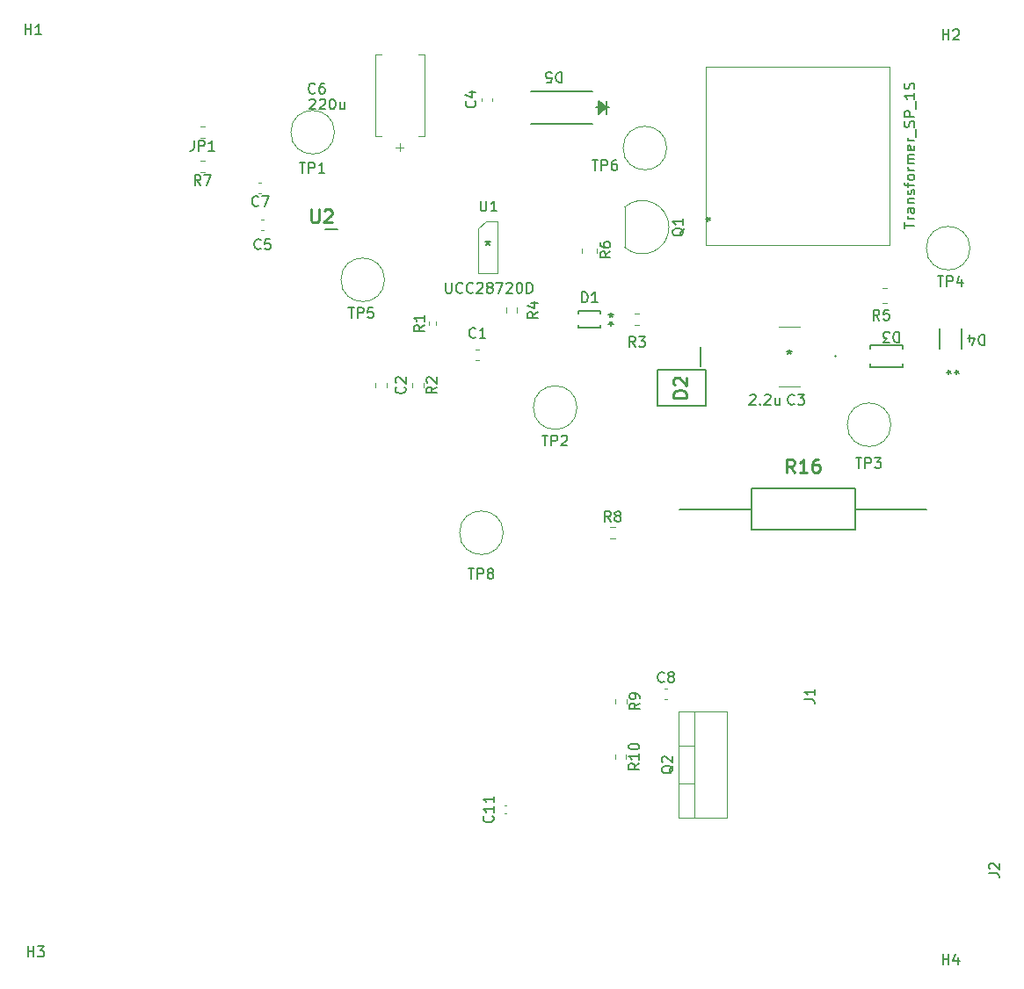
<source format=gto>
G04 #@! TF.GenerationSoftware,KiCad,Pcbnew,(7.0.0)*
G04 #@! TF.CreationDate,2023-03-29T00:30:15-05:00*
G04 #@! TF.ProjectId,445,3434352e-6b69-4636-9164-5f7063625858,rev?*
G04 #@! TF.SameCoordinates,Original*
G04 #@! TF.FileFunction,Legend,Top*
G04 #@! TF.FilePolarity,Positive*
%FSLAX46Y46*%
G04 Gerber Fmt 4.6, Leading zero omitted, Abs format (unit mm)*
G04 Created by KiCad (PCBNEW (7.0.0)) date 2023-03-29 00:30:15*
%MOMM*%
%LPD*%
G01*
G04 APERTURE LIST*
%ADD10C,0.150000*%
%ADD11C,0.254000*%
%ADD12C,0.200000*%
%ADD13C,0.120000*%
%ADD14C,0.152400*%
G04 APERTURE END LIST*
D10*
X118364095Y-29949380D02*
X118364095Y-28949380D01*
X118364095Y-29425571D02*
X118935523Y-29425571D01*
X118935523Y-29949380D02*
X118935523Y-28949380D01*
X119935523Y-29949380D02*
X119364095Y-29949380D01*
X119649809Y-29949380D02*
X119649809Y-28949380D01*
X119649809Y-28949380D02*
X119554571Y-29092238D01*
X119554571Y-29092238D02*
X119459333Y-29187476D01*
X119459333Y-29187476D02*
X119364095Y-29235095D01*
D11*
X145910380Y-46806573D02*
X145910380Y-47834669D01*
X145910380Y-47834669D02*
X145970857Y-47955621D01*
X145970857Y-47955621D02*
X146031333Y-48016097D01*
X146031333Y-48016097D02*
X146152285Y-48076573D01*
X146152285Y-48076573D02*
X146394190Y-48076573D01*
X146394190Y-48076573D02*
X146515142Y-48016097D01*
X146515142Y-48016097D02*
X146575619Y-47955621D01*
X146575619Y-47955621D02*
X146636095Y-47834669D01*
X146636095Y-47834669D02*
X146636095Y-46806573D01*
X147180380Y-46927526D02*
X147240856Y-46867050D01*
X147240856Y-46867050D02*
X147361809Y-46806573D01*
X147361809Y-46806573D02*
X147664190Y-46806573D01*
X147664190Y-46806573D02*
X147785142Y-46867050D01*
X147785142Y-46867050D02*
X147845618Y-46927526D01*
X147845618Y-46927526D02*
X147906095Y-47048478D01*
X147906095Y-47048478D02*
X147906095Y-47169430D01*
X147906095Y-47169430D02*
X147845618Y-47350859D01*
X147845618Y-47350859D02*
X147119904Y-48076573D01*
X147119904Y-48076573D02*
X147906095Y-48076573D01*
X182076573Y-64945381D02*
X180806573Y-64945381D01*
X180806573Y-64945381D02*
X180806573Y-64643000D01*
X180806573Y-64643000D02*
X180867050Y-64461571D01*
X180867050Y-64461571D02*
X180988002Y-64340619D01*
X180988002Y-64340619D02*
X181108954Y-64280142D01*
X181108954Y-64280142D02*
X181350859Y-64219666D01*
X181350859Y-64219666D02*
X181532288Y-64219666D01*
X181532288Y-64219666D02*
X181774192Y-64280142D01*
X181774192Y-64280142D02*
X181895145Y-64340619D01*
X181895145Y-64340619D02*
X182016097Y-64461571D01*
X182016097Y-64461571D02*
X182076573Y-64643000D01*
X182076573Y-64643000D02*
X182076573Y-64945381D01*
X180927526Y-63735857D02*
X180867050Y-63675381D01*
X180867050Y-63675381D02*
X180806573Y-63554428D01*
X180806573Y-63554428D02*
X180806573Y-63252047D01*
X180806573Y-63252047D02*
X180867050Y-63131095D01*
X180867050Y-63131095D02*
X180927526Y-63070619D01*
X180927526Y-63070619D02*
X181048478Y-63010142D01*
X181048478Y-63010142D02*
X181169430Y-63010142D01*
X181169430Y-63010142D02*
X181350859Y-63070619D01*
X181350859Y-63070619D02*
X182076573Y-63796333D01*
X182076573Y-63796333D02*
X182076573Y-63010142D01*
D10*
X161745333Y-59105142D02*
X161697714Y-59152761D01*
X161697714Y-59152761D02*
X161554857Y-59200380D01*
X161554857Y-59200380D02*
X161459619Y-59200380D01*
X161459619Y-59200380D02*
X161316762Y-59152761D01*
X161316762Y-59152761D02*
X161221524Y-59057523D01*
X161221524Y-59057523D02*
X161173905Y-58962285D01*
X161173905Y-58962285D02*
X161126286Y-58771809D01*
X161126286Y-58771809D02*
X161126286Y-58628952D01*
X161126286Y-58628952D02*
X161173905Y-58438476D01*
X161173905Y-58438476D02*
X161221524Y-58343238D01*
X161221524Y-58343238D02*
X161316762Y-58248000D01*
X161316762Y-58248000D02*
X161459619Y-58200380D01*
X161459619Y-58200380D02*
X161554857Y-58200380D01*
X161554857Y-58200380D02*
X161697714Y-58248000D01*
X161697714Y-58248000D02*
X161745333Y-58295619D01*
X162697714Y-59200380D02*
X162126286Y-59200380D01*
X162412000Y-59200380D02*
X162412000Y-58200380D01*
X162412000Y-58200380D02*
X162316762Y-58343238D01*
X162316762Y-58343238D02*
X162221524Y-58438476D01*
X162221524Y-58438476D02*
X162126286Y-58486095D01*
X174776333Y-76915380D02*
X174443000Y-76439190D01*
X174204905Y-76915380D02*
X174204905Y-75915380D01*
X174204905Y-75915380D02*
X174585857Y-75915380D01*
X174585857Y-75915380D02*
X174681095Y-75963000D01*
X174681095Y-75963000D02*
X174728714Y-76010619D01*
X174728714Y-76010619D02*
X174776333Y-76105857D01*
X174776333Y-76105857D02*
X174776333Y-76248714D01*
X174776333Y-76248714D02*
X174728714Y-76343952D01*
X174728714Y-76343952D02*
X174681095Y-76391571D01*
X174681095Y-76391571D02*
X174585857Y-76439190D01*
X174585857Y-76439190D02*
X174204905Y-76439190D01*
X175347762Y-76343952D02*
X175252524Y-76296333D01*
X175252524Y-76296333D02*
X175204905Y-76248714D01*
X175204905Y-76248714D02*
X175157286Y-76153476D01*
X175157286Y-76153476D02*
X175157286Y-76105857D01*
X175157286Y-76105857D02*
X175204905Y-76010619D01*
X175204905Y-76010619D02*
X175252524Y-75963000D01*
X175252524Y-75963000D02*
X175347762Y-75915380D01*
X175347762Y-75915380D02*
X175538238Y-75915380D01*
X175538238Y-75915380D02*
X175633476Y-75963000D01*
X175633476Y-75963000D02*
X175681095Y-76010619D01*
X175681095Y-76010619D02*
X175728714Y-76105857D01*
X175728714Y-76105857D02*
X175728714Y-76153476D01*
X175728714Y-76153476D02*
X175681095Y-76248714D01*
X175681095Y-76248714D02*
X175633476Y-76296333D01*
X175633476Y-76296333D02*
X175538238Y-76343952D01*
X175538238Y-76343952D02*
X175347762Y-76343952D01*
X175347762Y-76343952D02*
X175252524Y-76391571D01*
X175252524Y-76391571D02*
X175204905Y-76439190D01*
X175204905Y-76439190D02*
X175157286Y-76534428D01*
X175157286Y-76534428D02*
X175157286Y-76724904D01*
X175157286Y-76724904D02*
X175204905Y-76820142D01*
X175204905Y-76820142D02*
X175252524Y-76867761D01*
X175252524Y-76867761D02*
X175347762Y-76915380D01*
X175347762Y-76915380D02*
X175538238Y-76915380D01*
X175538238Y-76915380D02*
X175633476Y-76867761D01*
X175633476Y-76867761D02*
X175681095Y-76820142D01*
X175681095Y-76820142D02*
X175728714Y-76724904D01*
X175728714Y-76724904D02*
X175728714Y-76534428D01*
X175728714Y-76534428D02*
X175681095Y-76439190D01*
X175681095Y-76439190D02*
X175633476Y-76391571D01*
X175633476Y-76391571D02*
X175538238Y-76343952D01*
D11*
X192477571Y-72158573D02*
X192054237Y-71553811D01*
X191751856Y-72158573D02*
X191751856Y-70888573D01*
X191751856Y-70888573D02*
X192235666Y-70888573D01*
X192235666Y-70888573D02*
X192356618Y-70949050D01*
X192356618Y-70949050D02*
X192417095Y-71009526D01*
X192417095Y-71009526D02*
X192477571Y-71130478D01*
X192477571Y-71130478D02*
X192477571Y-71311907D01*
X192477571Y-71311907D02*
X192417095Y-71432859D01*
X192417095Y-71432859D02*
X192356618Y-71493335D01*
X192356618Y-71493335D02*
X192235666Y-71553811D01*
X192235666Y-71553811D02*
X191751856Y-71553811D01*
X193687095Y-72158573D02*
X192961380Y-72158573D01*
X193324237Y-72158573D02*
X193324237Y-70888573D01*
X193324237Y-70888573D02*
X193203285Y-71070002D01*
X193203285Y-71070002D02*
X193082333Y-71190954D01*
X193082333Y-71190954D02*
X192961380Y-71251430D01*
X194775666Y-70888573D02*
X194533761Y-70888573D01*
X194533761Y-70888573D02*
X194412809Y-70949050D01*
X194412809Y-70949050D02*
X194352333Y-71009526D01*
X194352333Y-71009526D02*
X194231380Y-71190954D01*
X194231380Y-71190954D02*
X194170904Y-71432859D01*
X194170904Y-71432859D02*
X194170904Y-71916669D01*
X194170904Y-71916669D02*
X194231380Y-72037621D01*
X194231380Y-72037621D02*
X194291857Y-72098097D01*
X194291857Y-72098097D02*
X194412809Y-72158573D01*
X194412809Y-72158573D02*
X194654714Y-72158573D01*
X194654714Y-72158573D02*
X194775666Y-72098097D01*
X194775666Y-72098097D02*
X194836142Y-72037621D01*
X194836142Y-72037621D02*
X194896619Y-71916669D01*
X194896619Y-71916669D02*
X194896619Y-71614288D01*
X194896619Y-71614288D02*
X194836142Y-71493335D01*
X194836142Y-71493335D02*
X194775666Y-71432859D01*
X194775666Y-71432859D02*
X194654714Y-71372383D01*
X194654714Y-71372383D02*
X194412809Y-71372383D01*
X194412809Y-71372383D02*
X194291857Y-71432859D01*
X194291857Y-71432859D02*
X194231380Y-71493335D01*
X194231380Y-71493335D02*
X194170904Y-71614288D01*
D10*
X203033380Y-48633619D02*
X203033380Y-48062191D01*
X204033380Y-48347905D02*
X203033380Y-48347905D01*
X204033380Y-47728857D02*
X203366714Y-47728857D01*
X203557190Y-47728857D02*
X203461952Y-47681238D01*
X203461952Y-47681238D02*
X203414333Y-47633619D01*
X203414333Y-47633619D02*
X203366714Y-47538381D01*
X203366714Y-47538381D02*
X203366714Y-47443143D01*
X204033380Y-46681238D02*
X203509571Y-46681238D01*
X203509571Y-46681238D02*
X203414333Y-46728857D01*
X203414333Y-46728857D02*
X203366714Y-46824095D01*
X203366714Y-46824095D02*
X203366714Y-47014571D01*
X203366714Y-47014571D02*
X203414333Y-47109809D01*
X203985761Y-46681238D02*
X204033380Y-46776476D01*
X204033380Y-46776476D02*
X204033380Y-47014571D01*
X204033380Y-47014571D02*
X203985761Y-47109809D01*
X203985761Y-47109809D02*
X203890523Y-47157428D01*
X203890523Y-47157428D02*
X203795285Y-47157428D01*
X203795285Y-47157428D02*
X203700047Y-47109809D01*
X203700047Y-47109809D02*
X203652428Y-47014571D01*
X203652428Y-47014571D02*
X203652428Y-46776476D01*
X203652428Y-46776476D02*
X203604809Y-46681238D01*
X203366714Y-46205047D02*
X204033380Y-46205047D01*
X203461952Y-46205047D02*
X203414333Y-46157428D01*
X203414333Y-46157428D02*
X203366714Y-46062190D01*
X203366714Y-46062190D02*
X203366714Y-45919333D01*
X203366714Y-45919333D02*
X203414333Y-45824095D01*
X203414333Y-45824095D02*
X203509571Y-45776476D01*
X203509571Y-45776476D02*
X204033380Y-45776476D01*
X203985761Y-45347904D02*
X204033380Y-45252666D01*
X204033380Y-45252666D02*
X204033380Y-45062190D01*
X204033380Y-45062190D02*
X203985761Y-44966952D01*
X203985761Y-44966952D02*
X203890523Y-44919333D01*
X203890523Y-44919333D02*
X203842904Y-44919333D01*
X203842904Y-44919333D02*
X203747666Y-44966952D01*
X203747666Y-44966952D02*
X203700047Y-45062190D01*
X203700047Y-45062190D02*
X203700047Y-45205047D01*
X203700047Y-45205047D02*
X203652428Y-45300285D01*
X203652428Y-45300285D02*
X203557190Y-45347904D01*
X203557190Y-45347904D02*
X203509571Y-45347904D01*
X203509571Y-45347904D02*
X203414333Y-45300285D01*
X203414333Y-45300285D02*
X203366714Y-45205047D01*
X203366714Y-45205047D02*
X203366714Y-45062190D01*
X203366714Y-45062190D02*
X203414333Y-44966952D01*
X203366714Y-44633618D02*
X203366714Y-44252666D01*
X204033380Y-44490761D02*
X203176238Y-44490761D01*
X203176238Y-44490761D02*
X203081000Y-44443142D01*
X203081000Y-44443142D02*
X203033380Y-44347904D01*
X203033380Y-44347904D02*
X203033380Y-44252666D01*
X204033380Y-43776475D02*
X203985761Y-43871713D01*
X203985761Y-43871713D02*
X203938142Y-43919332D01*
X203938142Y-43919332D02*
X203842904Y-43966951D01*
X203842904Y-43966951D02*
X203557190Y-43966951D01*
X203557190Y-43966951D02*
X203461952Y-43919332D01*
X203461952Y-43919332D02*
X203414333Y-43871713D01*
X203414333Y-43871713D02*
X203366714Y-43776475D01*
X203366714Y-43776475D02*
X203366714Y-43633618D01*
X203366714Y-43633618D02*
X203414333Y-43538380D01*
X203414333Y-43538380D02*
X203461952Y-43490761D01*
X203461952Y-43490761D02*
X203557190Y-43443142D01*
X203557190Y-43443142D02*
X203842904Y-43443142D01*
X203842904Y-43443142D02*
X203938142Y-43490761D01*
X203938142Y-43490761D02*
X203985761Y-43538380D01*
X203985761Y-43538380D02*
X204033380Y-43633618D01*
X204033380Y-43633618D02*
X204033380Y-43776475D01*
X204033380Y-43014570D02*
X203366714Y-43014570D01*
X203557190Y-43014570D02*
X203461952Y-42966951D01*
X203461952Y-42966951D02*
X203414333Y-42919332D01*
X203414333Y-42919332D02*
X203366714Y-42824094D01*
X203366714Y-42824094D02*
X203366714Y-42728856D01*
X204033380Y-42395522D02*
X203366714Y-42395522D01*
X203461952Y-42395522D02*
X203414333Y-42347903D01*
X203414333Y-42347903D02*
X203366714Y-42252665D01*
X203366714Y-42252665D02*
X203366714Y-42109808D01*
X203366714Y-42109808D02*
X203414333Y-42014570D01*
X203414333Y-42014570D02*
X203509571Y-41966951D01*
X203509571Y-41966951D02*
X204033380Y-41966951D01*
X203509571Y-41966951D02*
X203414333Y-41919332D01*
X203414333Y-41919332D02*
X203366714Y-41824094D01*
X203366714Y-41824094D02*
X203366714Y-41681237D01*
X203366714Y-41681237D02*
X203414333Y-41585998D01*
X203414333Y-41585998D02*
X203509571Y-41538379D01*
X203509571Y-41538379D02*
X204033380Y-41538379D01*
X203985761Y-40681237D02*
X204033380Y-40776475D01*
X204033380Y-40776475D02*
X204033380Y-40966951D01*
X204033380Y-40966951D02*
X203985761Y-41062189D01*
X203985761Y-41062189D02*
X203890523Y-41109808D01*
X203890523Y-41109808D02*
X203509571Y-41109808D01*
X203509571Y-41109808D02*
X203414333Y-41062189D01*
X203414333Y-41062189D02*
X203366714Y-40966951D01*
X203366714Y-40966951D02*
X203366714Y-40776475D01*
X203366714Y-40776475D02*
X203414333Y-40681237D01*
X203414333Y-40681237D02*
X203509571Y-40633618D01*
X203509571Y-40633618D02*
X203604809Y-40633618D01*
X203604809Y-40633618D02*
X203700047Y-41109808D01*
X204033380Y-40205046D02*
X203366714Y-40205046D01*
X203557190Y-40205046D02*
X203461952Y-40157427D01*
X203461952Y-40157427D02*
X203414333Y-40109808D01*
X203414333Y-40109808D02*
X203366714Y-40014570D01*
X203366714Y-40014570D02*
X203366714Y-39919332D01*
X204128619Y-39824094D02*
X204128619Y-39062189D01*
X203985761Y-38871712D02*
X204033380Y-38728855D01*
X204033380Y-38728855D02*
X204033380Y-38490760D01*
X204033380Y-38490760D02*
X203985761Y-38395522D01*
X203985761Y-38395522D02*
X203938142Y-38347903D01*
X203938142Y-38347903D02*
X203842904Y-38300284D01*
X203842904Y-38300284D02*
X203747666Y-38300284D01*
X203747666Y-38300284D02*
X203652428Y-38347903D01*
X203652428Y-38347903D02*
X203604809Y-38395522D01*
X203604809Y-38395522D02*
X203557190Y-38490760D01*
X203557190Y-38490760D02*
X203509571Y-38681236D01*
X203509571Y-38681236D02*
X203461952Y-38776474D01*
X203461952Y-38776474D02*
X203414333Y-38824093D01*
X203414333Y-38824093D02*
X203319095Y-38871712D01*
X203319095Y-38871712D02*
X203223857Y-38871712D01*
X203223857Y-38871712D02*
X203128619Y-38824093D01*
X203128619Y-38824093D02*
X203081000Y-38776474D01*
X203081000Y-38776474D02*
X203033380Y-38681236D01*
X203033380Y-38681236D02*
X203033380Y-38443141D01*
X203033380Y-38443141D02*
X203081000Y-38300284D01*
X204033380Y-37871712D02*
X203033380Y-37871712D01*
X203033380Y-37871712D02*
X203033380Y-37490760D01*
X203033380Y-37490760D02*
X203081000Y-37395522D01*
X203081000Y-37395522D02*
X203128619Y-37347903D01*
X203128619Y-37347903D02*
X203223857Y-37300284D01*
X203223857Y-37300284D02*
X203366714Y-37300284D01*
X203366714Y-37300284D02*
X203461952Y-37347903D01*
X203461952Y-37347903D02*
X203509571Y-37395522D01*
X203509571Y-37395522D02*
X203557190Y-37490760D01*
X203557190Y-37490760D02*
X203557190Y-37871712D01*
X204128619Y-37109808D02*
X204128619Y-36347903D01*
X204033380Y-35585998D02*
X204033380Y-36157426D01*
X204033380Y-35871712D02*
X203033380Y-35871712D01*
X203033380Y-35871712D02*
X203176238Y-35966950D01*
X203176238Y-35966950D02*
X203271476Y-36062188D01*
X203271476Y-36062188D02*
X203319095Y-36157426D01*
X203985761Y-35205045D02*
X204033380Y-35062188D01*
X204033380Y-35062188D02*
X204033380Y-34824093D01*
X204033380Y-34824093D02*
X203985761Y-34728855D01*
X203985761Y-34728855D02*
X203938142Y-34681236D01*
X203938142Y-34681236D02*
X203842904Y-34633617D01*
X203842904Y-34633617D02*
X203747666Y-34633617D01*
X203747666Y-34633617D02*
X203652428Y-34681236D01*
X203652428Y-34681236D02*
X203604809Y-34728855D01*
X203604809Y-34728855D02*
X203557190Y-34824093D01*
X203557190Y-34824093D02*
X203509571Y-35014569D01*
X203509571Y-35014569D02*
X203461952Y-35109807D01*
X203461952Y-35109807D02*
X203414333Y-35157426D01*
X203414333Y-35157426D02*
X203319095Y-35205045D01*
X203319095Y-35205045D02*
X203223857Y-35205045D01*
X203223857Y-35205045D02*
X203128619Y-35157426D01*
X203128619Y-35157426D02*
X203081000Y-35109807D01*
X203081000Y-35109807D02*
X203033380Y-35014569D01*
X203033380Y-35014569D02*
X203033380Y-34776474D01*
X203033380Y-34776474D02*
X203081000Y-34633617D01*
X183930480Y-47745999D02*
X184168576Y-47745999D01*
X184073338Y-47984094D02*
X184168576Y-47745999D01*
X184168576Y-47745999D02*
X184073338Y-47507904D01*
X184359052Y-47888856D02*
X184168576Y-47745999D01*
X184168576Y-47745999D02*
X184359052Y-47603142D01*
X183930480Y-47745999D02*
X184168576Y-47745999D01*
X184073338Y-47984094D02*
X184168576Y-47745999D01*
X184168576Y-47745999D02*
X184073338Y-47507904D01*
X184359052Y-47888856D02*
X184168576Y-47745999D01*
X184168576Y-47745999D02*
X184359052Y-47603142D01*
X206756095Y-30457380D02*
X206756095Y-29457380D01*
X206756095Y-29933571D02*
X207327523Y-29933571D01*
X207327523Y-30457380D02*
X207327523Y-29457380D01*
X207756095Y-29552619D02*
X207803714Y-29505000D01*
X207803714Y-29505000D02*
X207898952Y-29457380D01*
X207898952Y-29457380D02*
X208137047Y-29457380D01*
X208137047Y-29457380D02*
X208232285Y-29505000D01*
X208232285Y-29505000D02*
X208279904Y-29552619D01*
X208279904Y-29552619D02*
X208327523Y-29647857D01*
X208327523Y-29647857D02*
X208327523Y-29743095D01*
X208327523Y-29743095D02*
X208279904Y-29885952D01*
X208279904Y-29885952D02*
X207708476Y-30457380D01*
X207708476Y-30457380D02*
X208327523Y-30457380D01*
X162229295Y-45976380D02*
X162229295Y-46785904D01*
X162229295Y-46785904D02*
X162276914Y-46881142D01*
X162276914Y-46881142D02*
X162324533Y-46928761D01*
X162324533Y-46928761D02*
X162419771Y-46976380D01*
X162419771Y-46976380D02*
X162610247Y-46976380D01*
X162610247Y-46976380D02*
X162705485Y-46928761D01*
X162705485Y-46928761D02*
X162753104Y-46881142D01*
X162753104Y-46881142D02*
X162800723Y-46785904D01*
X162800723Y-46785904D02*
X162800723Y-45976380D01*
X163800723Y-46976380D02*
X163229295Y-46976380D01*
X163515009Y-46976380D02*
X163515009Y-45976380D01*
X163515009Y-45976380D02*
X163419771Y-46119238D01*
X163419771Y-46119238D02*
X163324533Y-46214476D01*
X163324533Y-46214476D02*
X163229295Y-46262095D01*
X158875333Y-53875780D02*
X158875333Y-54685304D01*
X158875333Y-54685304D02*
X158922952Y-54780542D01*
X158922952Y-54780542D02*
X158970571Y-54828161D01*
X158970571Y-54828161D02*
X159065809Y-54875780D01*
X159065809Y-54875780D02*
X159256285Y-54875780D01*
X159256285Y-54875780D02*
X159351523Y-54828161D01*
X159351523Y-54828161D02*
X159399142Y-54780542D01*
X159399142Y-54780542D02*
X159446761Y-54685304D01*
X159446761Y-54685304D02*
X159446761Y-53875780D01*
X160494380Y-54780542D02*
X160446761Y-54828161D01*
X160446761Y-54828161D02*
X160303904Y-54875780D01*
X160303904Y-54875780D02*
X160208666Y-54875780D01*
X160208666Y-54875780D02*
X160065809Y-54828161D01*
X160065809Y-54828161D02*
X159970571Y-54732923D01*
X159970571Y-54732923D02*
X159922952Y-54637685D01*
X159922952Y-54637685D02*
X159875333Y-54447209D01*
X159875333Y-54447209D02*
X159875333Y-54304352D01*
X159875333Y-54304352D02*
X159922952Y-54113876D01*
X159922952Y-54113876D02*
X159970571Y-54018638D01*
X159970571Y-54018638D02*
X160065809Y-53923400D01*
X160065809Y-53923400D02*
X160208666Y-53875780D01*
X160208666Y-53875780D02*
X160303904Y-53875780D01*
X160303904Y-53875780D02*
X160446761Y-53923400D01*
X160446761Y-53923400D02*
X160494380Y-53971019D01*
X161494380Y-54780542D02*
X161446761Y-54828161D01*
X161446761Y-54828161D02*
X161303904Y-54875780D01*
X161303904Y-54875780D02*
X161208666Y-54875780D01*
X161208666Y-54875780D02*
X161065809Y-54828161D01*
X161065809Y-54828161D02*
X160970571Y-54732923D01*
X160970571Y-54732923D02*
X160922952Y-54637685D01*
X160922952Y-54637685D02*
X160875333Y-54447209D01*
X160875333Y-54447209D02*
X160875333Y-54304352D01*
X160875333Y-54304352D02*
X160922952Y-54113876D01*
X160922952Y-54113876D02*
X160970571Y-54018638D01*
X160970571Y-54018638D02*
X161065809Y-53923400D01*
X161065809Y-53923400D02*
X161208666Y-53875780D01*
X161208666Y-53875780D02*
X161303904Y-53875780D01*
X161303904Y-53875780D02*
X161446761Y-53923400D01*
X161446761Y-53923400D02*
X161494380Y-53971019D01*
X161875333Y-53971019D02*
X161922952Y-53923400D01*
X161922952Y-53923400D02*
X162018190Y-53875780D01*
X162018190Y-53875780D02*
X162256285Y-53875780D01*
X162256285Y-53875780D02*
X162351523Y-53923400D01*
X162351523Y-53923400D02*
X162399142Y-53971019D01*
X162399142Y-53971019D02*
X162446761Y-54066257D01*
X162446761Y-54066257D02*
X162446761Y-54161495D01*
X162446761Y-54161495D02*
X162399142Y-54304352D01*
X162399142Y-54304352D02*
X161827714Y-54875780D01*
X161827714Y-54875780D02*
X162446761Y-54875780D01*
X163018190Y-54304352D02*
X162922952Y-54256733D01*
X162922952Y-54256733D02*
X162875333Y-54209114D01*
X162875333Y-54209114D02*
X162827714Y-54113876D01*
X162827714Y-54113876D02*
X162827714Y-54066257D01*
X162827714Y-54066257D02*
X162875333Y-53971019D01*
X162875333Y-53971019D02*
X162922952Y-53923400D01*
X162922952Y-53923400D02*
X163018190Y-53875780D01*
X163018190Y-53875780D02*
X163208666Y-53875780D01*
X163208666Y-53875780D02*
X163303904Y-53923400D01*
X163303904Y-53923400D02*
X163351523Y-53971019D01*
X163351523Y-53971019D02*
X163399142Y-54066257D01*
X163399142Y-54066257D02*
X163399142Y-54113876D01*
X163399142Y-54113876D02*
X163351523Y-54209114D01*
X163351523Y-54209114D02*
X163303904Y-54256733D01*
X163303904Y-54256733D02*
X163208666Y-54304352D01*
X163208666Y-54304352D02*
X163018190Y-54304352D01*
X163018190Y-54304352D02*
X162922952Y-54351971D01*
X162922952Y-54351971D02*
X162875333Y-54399590D01*
X162875333Y-54399590D02*
X162827714Y-54494828D01*
X162827714Y-54494828D02*
X162827714Y-54685304D01*
X162827714Y-54685304D02*
X162875333Y-54780542D01*
X162875333Y-54780542D02*
X162922952Y-54828161D01*
X162922952Y-54828161D02*
X163018190Y-54875780D01*
X163018190Y-54875780D02*
X163208666Y-54875780D01*
X163208666Y-54875780D02*
X163303904Y-54828161D01*
X163303904Y-54828161D02*
X163351523Y-54780542D01*
X163351523Y-54780542D02*
X163399142Y-54685304D01*
X163399142Y-54685304D02*
X163399142Y-54494828D01*
X163399142Y-54494828D02*
X163351523Y-54399590D01*
X163351523Y-54399590D02*
X163303904Y-54351971D01*
X163303904Y-54351971D02*
X163208666Y-54304352D01*
X163732476Y-53875780D02*
X164399142Y-53875780D01*
X164399142Y-53875780D02*
X163970571Y-54875780D01*
X164732476Y-53971019D02*
X164780095Y-53923400D01*
X164780095Y-53923400D02*
X164875333Y-53875780D01*
X164875333Y-53875780D02*
X165113428Y-53875780D01*
X165113428Y-53875780D02*
X165208666Y-53923400D01*
X165208666Y-53923400D02*
X165256285Y-53971019D01*
X165256285Y-53971019D02*
X165303904Y-54066257D01*
X165303904Y-54066257D02*
X165303904Y-54161495D01*
X165303904Y-54161495D02*
X165256285Y-54304352D01*
X165256285Y-54304352D02*
X164684857Y-54875780D01*
X164684857Y-54875780D02*
X165303904Y-54875780D01*
X165922952Y-53875780D02*
X166018190Y-53875780D01*
X166018190Y-53875780D02*
X166113428Y-53923400D01*
X166113428Y-53923400D02*
X166161047Y-53971019D01*
X166161047Y-53971019D02*
X166208666Y-54066257D01*
X166208666Y-54066257D02*
X166256285Y-54256733D01*
X166256285Y-54256733D02*
X166256285Y-54494828D01*
X166256285Y-54494828D02*
X166208666Y-54685304D01*
X166208666Y-54685304D02*
X166161047Y-54780542D01*
X166161047Y-54780542D02*
X166113428Y-54828161D01*
X166113428Y-54828161D02*
X166018190Y-54875780D01*
X166018190Y-54875780D02*
X165922952Y-54875780D01*
X165922952Y-54875780D02*
X165827714Y-54828161D01*
X165827714Y-54828161D02*
X165780095Y-54780542D01*
X165780095Y-54780542D02*
X165732476Y-54685304D01*
X165732476Y-54685304D02*
X165684857Y-54494828D01*
X165684857Y-54494828D02*
X165684857Y-54256733D01*
X165684857Y-54256733D02*
X165732476Y-54066257D01*
X165732476Y-54066257D02*
X165780095Y-53971019D01*
X165780095Y-53971019D02*
X165827714Y-53923400D01*
X165827714Y-53923400D02*
X165922952Y-53875780D01*
X166684857Y-54875780D02*
X166684857Y-53875780D01*
X166684857Y-53875780D02*
X166922952Y-53875780D01*
X166922952Y-53875780D02*
X167065809Y-53923400D01*
X167065809Y-53923400D02*
X167161047Y-54018638D01*
X167161047Y-54018638D02*
X167208666Y-54113876D01*
X167208666Y-54113876D02*
X167256285Y-54304352D01*
X167256285Y-54304352D02*
X167256285Y-54447209D01*
X167256285Y-54447209D02*
X167208666Y-54637685D01*
X167208666Y-54637685D02*
X167161047Y-54732923D01*
X167161047Y-54732923D02*
X167065809Y-54828161D01*
X167065809Y-54828161D02*
X166922952Y-54875780D01*
X166922952Y-54875780D02*
X166684857Y-54875780D01*
X162928000Y-49786380D02*
X162928000Y-50024476D01*
X162689905Y-49929238D02*
X162928000Y-50024476D01*
X162928000Y-50024476D02*
X163166095Y-49929238D01*
X162785143Y-50214952D02*
X162928000Y-50024476D01*
X162928000Y-50024476D02*
X163070857Y-50214952D01*
X167761380Y-56686666D02*
X167285190Y-57019999D01*
X167761380Y-57258094D02*
X166761380Y-57258094D01*
X166761380Y-57258094D02*
X166761380Y-56877142D01*
X166761380Y-56877142D02*
X166809000Y-56781904D01*
X166809000Y-56781904D02*
X166856619Y-56734285D01*
X166856619Y-56734285D02*
X166951857Y-56686666D01*
X166951857Y-56686666D02*
X167094714Y-56686666D01*
X167094714Y-56686666D02*
X167189952Y-56734285D01*
X167189952Y-56734285D02*
X167237571Y-56781904D01*
X167237571Y-56781904D02*
X167285190Y-56877142D01*
X167285190Y-56877142D02*
X167285190Y-57258094D01*
X167094714Y-55829523D02*
X167761380Y-55829523D01*
X166713761Y-56067618D02*
X167428047Y-56305713D01*
X167428047Y-56305713D02*
X167428047Y-55686666D01*
X200643833Y-57485380D02*
X200310500Y-57009190D01*
X200072405Y-57485380D02*
X200072405Y-56485380D01*
X200072405Y-56485380D02*
X200453357Y-56485380D01*
X200453357Y-56485380D02*
X200548595Y-56533000D01*
X200548595Y-56533000D02*
X200596214Y-56580619D01*
X200596214Y-56580619D02*
X200643833Y-56675857D01*
X200643833Y-56675857D02*
X200643833Y-56818714D01*
X200643833Y-56818714D02*
X200596214Y-56913952D01*
X200596214Y-56913952D02*
X200548595Y-56961571D01*
X200548595Y-56961571D02*
X200453357Y-57009190D01*
X200453357Y-57009190D02*
X200072405Y-57009190D01*
X201548595Y-56485380D02*
X201072405Y-56485380D01*
X201072405Y-56485380D02*
X201024786Y-56961571D01*
X201024786Y-56961571D02*
X201072405Y-56913952D01*
X201072405Y-56913952D02*
X201167643Y-56866333D01*
X201167643Y-56866333D02*
X201405738Y-56866333D01*
X201405738Y-56866333D02*
X201500976Y-56913952D01*
X201500976Y-56913952D02*
X201548595Y-56961571D01*
X201548595Y-56961571D02*
X201596214Y-57056809D01*
X201596214Y-57056809D02*
X201596214Y-57294904D01*
X201596214Y-57294904D02*
X201548595Y-57390142D01*
X201548595Y-57390142D02*
X201500976Y-57437761D01*
X201500976Y-57437761D02*
X201405738Y-57485380D01*
X201405738Y-57485380D02*
X201167643Y-57485380D01*
X201167643Y-57485380D02*
X201072405Y-57437761D01*
X201072405Y-57437761D02*
X201024786Y-57390142D01*
X154926142Y-63920666D02*
X154973761Y-63968285D01*
X154973761Y-63968285D02*
X155021380Y-64111142D01*
X155021380Y-64111142D02*
X155021380Y-64206380D01*
X155021380Y-64206380D02*
X154973761Y-64349237D01*
X154973761Y-64349237D02*
X154878523Y-64444475D01*
X154878523Y-64444475D02*
X154783285Y-64492094D01*
X154783285Y-64492094D02*
X154592809Y-64539713D01*
X154592809Y-64539713D02*
X154449952Y-64539713D01*
X154449952Y-64539713D02*
X154259476Y-64492094D01*
X154259476Y-64492094D02*
X154164238Y-64444475D01*
X154164238Y-64444475D02*
X154069000Y-64349237D01*
X154069000Y-64349237D02*
X154021380Y-64206380D01*
X154021380Y-64206380D02*
X154021380Y-64111142D01*
X154021380Y-64111142D02*
X154069000Y-63968285D01*
X154069000Y-63968285D02*
X154116619Y-63920666D01*
X154116619Y-63539713D02*
X154069000Y-63492094D01*
X154069000Y-63492094D02*
X154021380Y-63396856D01*
X154021380Y-63396856D02*
X154021380Y-63158761D01*
X154021380Y-63158761D02*
X154069000Y-63063523D01*
X154069000Y-63063523D02*
X154116619Y-63015904D01*
X154116619Y-63015904D02*
X154211857Y-62968285D01*
X154211857Y-62968285D02*
X154307095Y-62968285D01*
X154307095Y-62968285D02*
X154449952Y-63015904D01*
X154449952Y-63015904D02*
X155021380Y-63587332D01*
X155021380Y-63587332D02*
X155021380Y-62968285D01*
X174737380Y-50874166D02*
X174261190Y-51207499D01*
X174737380Y-51445594D02*
X173737380Y-51445594D01*
X173737380Y-51445594D02*
X173737380Y-51064642D01*
X173737380Y-51064642D02*
X173785000Y-50969404D01*
X173785000Y-50969404D02*
X173832619Y-50921785D01*
X173832619Y-50921785D02*
X173927857Y-50874166D01*
X173927857Y-50874166D02*
X174070714Y-50874166D01*
X174070714Y-50874166D02*
X174165952Y-50921785D01*
X174165952Y-50921785D02*
X174213571Y-50969404D01*
X174213571Y-50969404D02*
X174261190Y-51064642D01*
X174261190Y-51064642D02*
X174261190Y-51445594D01*
X173737380Y-50017023D02*
X173737380Y-50207499D01*
X173737380Y-50207499D02*
X173785000Y-50302737D01*
X173785000Y-50302737D02*
X173832619Y-50350356D01*
X173832619Y-50350356D02*
X173975476Y-50445594D01*
X173975476Y-50445594D02*
X174165952Y-50493213D01*
X174165952Y-50493213D02*
X174546904Y-50493213D01*
X174546904Y-50493213D02*
X174642142Y-50445594D01*
X174642142Y-50445594D02*
X174689761Y-50397975D01*
X174689761Y-50397975D02*
X174737380Y-50302737D01*
X174737380Y-50302737D02*
X174737380Y-50112261D01*
X174737380Y-50112261D02*
X174689761Y-50017023D01*
X174689761Y-50017023D02*
X174642142Y-49969404D01*
X174642142Y-49969404D02*
X174546904Y-49921785D01*
X174546904Y-49921785D02*
X174308809Y-49921785D01*
X174308809Y-49921785D02*
X174213571Y-49969404D01*
X174213571Y-49969404D02*
X174165952Y-50017023D01*
X174165952Y-50017023D02*
X174118333Y-50112261D01*
X174118333Y-50112261D02*
X174118333Y-50302737D01*
X174118333Y-50302737D02*
X174165952Y-50397975D01*
X174165952Y-50397975D02*
X174213571Y-50445594D01*
X174213571Y-50445594D02*
X174308809Y-50493213D01*
X210756094Y-58890819D02*
X210756094Y-59890819D01*
X210756094Y-59890819D02*
X210517999Y-59890819D01*
X210517999Y-59890819D02*
X210375142Y-59843200D01*
X210375142Y-59843200D02*
X210279904Y-59747961D01*
X210279904Y-59747961D02*
X210232285Y-59652723D01*
X210232285Y-59652723D02*
X210184666Y-59462247D01*
X210184666Y-59462247D02*
X210184666Y-59319390D01*
X210184666Y-59319390D02*
X210232285Y-59128914D01*
X210232285Y-59128914D02*
X210279904Y-59033676D01*
X210279904Y-59033676D02*
X210375142Y-58938438D01*
X210375142Y-58938438D02*
X210517999Y-58890819D01*
X210517999Y-58890819D02*
X210756094Y-58890819D01*
X209327523Y-59557485D02*
X209327523Y-58890819D01*
X209565618Y-59938438D02*
X209803713Y-59224152D01*
X209803713Y-59224152D02*
X209184666Y-59224152D01*
X207901380Y-62483999D02*
X208139476Y-62483999D01*
X208044238Y-62722094D02*
X208139476Y-62483999D01*
X208139476Y-62483999D02*
X208044238Y-62245904D01*
X208329952Y-62626856D02*
X208139476Y-62483999D01*
X208139476Y-62483999D02*
X208329952Y-62341142D01*
X207139380Y-62483999D02*
X207377476Y-62483999D01*
X207282238Y-62722094D02*
X207377476Y-62483999D01*
X207377476Y-62483999D02*
X207282238Y-62245904D01*
X207567952Y-62626856D02*
X207377476Y-62483999D01*
X207377476Y-62483999D02*
X207567952Y-62341142D01*
X149487095Y-56263380D02*
X150058523Y-56263380D01*
X149772809Y-57263380D02*
X149772809Y-56263380D01*
X150391857Y-57263380D02*
X150391857Y-56263380D01*
X150391857Y-56263380D02*
X150772809Y-56263380D01*
X150772809Y-56263380D02*
X150868047Y-56311000D01*
X150868047Y-56311000D02*
X150915666Y-56358619D01*
X150915666Y-56358619D02*
X150963285Y-56453857D01*
X150963285Y-56453857D02*
X150963285Y-56596714D01*
X150963285Y-56596714D02*
X150915666Y-56691952D01*
X150915666Y-56691952D02*
X150868047Y-56739571D01*
X150868047Y-56739571D02*
X150772809Y-56787190D01*
X150772809Y-56787190D02*
X150391857Y-56787190D01*
X151868047Y-56263380D02*
X151391857Y-56263380D01*
X151391857Y-56263380D02*
X151344238Y-56739571D01*
X151344238Y-56739571D02*
X151391857Y-56691952D01*
X151391857Y-56691952D02*
X151487095Y-56644333D01*
X151487095Y-56644333D02*
X151725190Y-56644333D01*
X151725190Y-56644333D02*
X151820428Y-56691952D01*
X151820428Y-56691952D02*
X151868047Y-56739571D01*
X151868047Y-56739571D02*
X151915666Y-56834809D01*
X151915666Y-56834809D02*
X151915666Y-57072904D01*
X151915666Y-57072904D02*
X151868047Y-57168142D01*
X151868047Y-57168142D02*
X151820428Y-57215761D01*
X151820428Y-57215761D02*
X151725190Y-57263380D01*
X151725190Y-57263380D02*
X151487095Y-57263380D01*
X151487095Y-57263380D02*
X151391857Y-57215761D01*
X151391857Y-57215761D02*
X151344238Y-57168142D01*
X179919333Y-92314142D02*
X179871714Y-92361761D01*
X179871714Y-92361761D02*
X179728857Y-92409380D01*
X179728857Y-92409380D02*
X179633619Y-92409380D01*
X179633619Y-92409380D02*
X179490762Y-92361761D01*
X179490762Y-92361761D02*
X179395524Y-92266523D01*
X179395524Y-92266523D02*
X179347905Y-92171285D01*
X179347905Y-92171285D02*
X179300286Y-91980809D01*
X179300286Y-91980809D02*
X179300286Y-91837952D01*
X179300286Y-91837952D02*
X179347905Y-91647476D01*
X179347905Y-91647476D02*
X179395524Y-91552238D01*
X179395524Y-91552238D02*
X179490762Y-91457000D01*
X179490762Y-91457000D02*
X179633619Y-91409380D01*
X179633619Y-91409380D02*
X179728857Y-91409380D01*
X179728857Y-91409380D02*
X179871714Y-91457000D01*
X179871714Y-91457000D02*
X179919333Y-91504619D01*
X180490762Y-91837952D02*
X180395524Y-91790333D01*
X180395524Y-91790333D02*
X180347905Y-91742714D01*
X180347905Y-91742714D02*
X180300286Y-91647476D01*
X180300286Y-91647476D02*
X180300286Y-91599857D01*
X180300286Y-91599857D02*
X180347905Y-91504619D01*
X180347905Y-91504619D02*
X180395524Y-91457000D01*
X180395524Y-91457000D02*
X180490762Y-91409380D01*
X180490762Y-91409380D02*
X180681238Y-91409380D01*
X180681238Y-91409380D02*
X180776476Y-91457000D01*
X180776476Y-91457000D02*
X180824095Y-91504619D01*
X180824095Y-91504619D02*
X180871714Y-91599857D01*
X180871714Y-91599857D02*
X180871714Y-91647476D01*
X180871714Y-91647476D02*
X180824095Y-91742714D01*
X180824095Y-91742714D02*
X180776476Y-91790333D01*
X180776476Y-91790333D02*
X180681238Y-91837952D01*
X180681238Y-91837952D02*
X180490762Y-91837952D01*
X180490762Y-91837952D02*
X180395524Y-91885571D01*
X180395524Y-91885571D02*
X180347905Y-91933190D01*
X180347905Y-91933190D02*
X180300286Y-92028428D01*
X180300286Y-92028428D02*
X180300286Y-92218904D01*
X180300286Y-92218904D02*
X180347905Y-92314142D01*
X180347905Y-92314142D02*
X180395524Y-92361761D01*
X180395524Y-92361761D02*
X180490762Y-92409380D01*
X180490762Y-92409380D02*
X180681238Y-92409380D01*
X180681238Y-92409380D02*
X180776476Y-92361761D01*
X180776476Y-92361761D02*
X180824095Y-92314142D01*
X180824095Y-92314142D02*
X180871714Y-92218904D01*
X180871714Y-92218904D02*
X180871714Y-92028428D01*
X180871714Y-92028428D02*
X180824095Y-91933190D01*
X180824095Y-91933190D02*
X180776476Y-91885571D01*
X180776476Y-91885571D02*
X180681238Y-91837952D01*
X171981905Y-55771380D02*
X171981905Y-54771380D01*
X171981905Y-54771380D02*
X172220000Y-54771380D01*
X172220000Y-54771380D02*
X172362857Y-54819000D01*
X172362857Y-54819000D02*
X172458095Y-54914238D01*
X172458095Y-54914238D02*
X172505714Y-55009476D01*
X172505714Y-55009476D02*
X172553333Y-55199952D01*
X172553333Y-55199952D02*
X172553333Y-55342809D01*
X172553333Y-55342809D02*
X172505714Y-55533285D01*
X172505714Y-55533285D02*
X172458095Y-55628523D01*
X172458095Y-55628523D02*
X172362857Y-55723761D01*
X172362857Y-55723761D02*
X172220000Y-55771380D01*
X172220000Y-55771380D02*
X171981905Y-55771380D01*
X173505714Y-55771380D02*
X172934286Y-55771380D01*
X173220000Y-55771380D02*
X173220000Y-54771380D01*
X173220000Y-54771380D02*
X173124762Y-54914238D01*
X173124762Y-54914238D02*
X173029524Y-55009476D01*
X173029524Y-55009476D02*
X172934286Y-55057095D01*
X174802800Y-56771380D02*
X174802800Y-57009476D01*
X174564705Y-56914238D02*
X174802800Y-57009476D01*
X174802800Y-57009476D02*
X175040895Y-56914238D01*
X174659943Y-57199952D02*
X174802800Y-57009476D01*
X174802800Y-57009476D02*
X174945657Y-57199952D01*
X174802799Y-58036619D02*
X174802799Y-57798523D01*
X175040894Y-57893761D02*
X174802799Y-57798523D01*
X174802799Y-57798523D02*
X174564704Y-57893761D01*
X174945656Y-57608047D02*
X174802799Y-57798523D01*
X174802799Y-57798523D02*
X174659942Y-57608047D01*
X168156095Y-68582380D02*
X168727523Y-68582380D01*
X168441809Y-69582380D02*
X168441809Y-68582380D01*
X169060857Y-69582380D02*
X169060857Y-68582380D01*
X169060857Y-68582380D02*
X169441809Y-68582380D01*
X169441809Y-68582380D02*
X169537047Y-68630000D01*
X169537047Y-68630000D02*
X169584666Y-68677619D01*
X169584666Y-68677619D02*
X169632285Y-68772857D01*
X169632285Y-68772857D02*
X169632285Y-68915714D01*
X169632285Y-68915714D02*
X169584666Y-69010952D01*
X169584666Y-69010952D02*
X169537047Y-69058571D01*
X169537047Y-69058571D02*
X169441809Y-69106190D01*
X169441809Y-69106190D02*
X169060857Y-69106190D01*
X170013238Y-68677619D02*
X170060857Y-68630000D01*
X170060857Y-68630000D02*
X170156095Y-68582380D01*
X170156095Y-68582380D02*
X170394190Y-68582380D01*
X170394190Y-68582380D02*
X170489428Y-68630000D01*
X170489428Y-68630000D02*
X170537047Y-68677619D01*
X170537047Y-68677619D02*
X170584666Y-68772857D01*
X170584666Y-68772857D02*
X170584666Y-68868095D01*
X170584666Y-68868095D02*
X170537047Y-69010952D01*
X170537047Y-69010952D02*
X169965619Y-69582380D01*
X169965619Y-69582380D02*
X170584666Y-69582380D01*
X158007380Y-63920666D02*
X157531190Y-64253999D01*
X158007380Y-64492094D02*
X157007380Y-64492094D01*
X157007380Y-64492094D02*
X157007380Y-64111142D01*
X157007380Y-64111142D02*
X157055000Y-64015904D01*
X157055000Y-64015904D02*
X157102619Y-63968285D01*
X157102619Y-63968285D02*
X157197857Y-63920666D01*
X157197857Y-63920666D02*
X157340714Y-63920666D01*
X157340714Y-63920666D02*
X157435952Y-63968285D01*
X157435952Y-63968285D02*
X157483571Y-64015904D01*
X157483571Y-64015904D02*
X157531190Y-64111142D01*
X157531190Y-64111142D02*
X157531190Y-64492094D01*
X157102619Y-63539713D02*
X157055000Y-63492094D01*
X157055000Y-63492094D02*
X157007380Y-63396856D01*
X157007380Y-63396856D02*
X157007380Y-63158761D01*
X157007380Y-63158761D02*
X157055000Y-63063523D01*
X157055000Y-63063523D02*
X157102619Y-63015904D01*
X157102619Y-63015904D02*
X157197857Y-62968285D01*
X157197857Y-62968285D02*
X157293095Y-62968285D01*
X157293095Y-62968285D02*
X157435952Y-63015904D01*
X157435952Y-63015904D02*
X158007380Y-63587332D01*
X158007380Y-63587332D02*
X158007380Y-62968285D01*
X206756095Y-119611380D02*
X206756095Y-118611380D01*
X206756095Y-119087571D02*
X207327523Y-119087571D01*
X207327523Y-119611380D02*
X207327523Y-118611380D01*
X208232285Y-118944714D02*
X208232285Y-119611380D01*
X207994190Y-118563761D02*
X207756095Y-119278047D01*
X207756095Y-119278047D02*
X208375142Y-119278047D01*
X134611666Y-40167380D02*
X134611666Y-40881666D01*
X134611666Y-40881666D02*
X134564047Y-41024523D01*
X134564047Y-41024523D02*
X134468809Y-41119761D01*
X134468809Y-41119761D02*
X134325952Y-41167380D01*
X134325952Y-41167380D02*
X134230714Y-41167380D01*
X135087857Y-41167380D02*
X135087857Y-40167380D01*
X135087857Y-40167380D02*
X135468809Y-40167380D01*
X135468809Y-40167380D02*
X135564047Y-40215000D01*
X135564047Y-40215000D02*
X135611666Y-40262619D01*
X135611666Y-40262619D02*
X135659285Y-40357857D01*
X135659285Y-40357857D02*
X135659285Y-40500714D01*
X135659285Y-40500714D02*
X135611666Y-40595952D01*
X135611666Y-40595952D02*
X135564047Y-40643571D01*
X135564047Y-40643571D02*
X135468809Y-40691190D01*
X135468809Y-40691190D02*
X135087857Y-40691190D01*
X136611666Y-41167380D02*
X136040238Y-41167380D01*
X136325952Y-41167380D02*
X136325952Y-40167380D01*
X136325952Y-40167380D02*
X136230714Y-40310238D01*
X136230714Y-40310238D02*
X136135476Y-40405476D01*
X136135476Y-40405476D02*
X136040238Y-40453095D01*
X177565380Y-94400666D02*
X177089190Y-94733999D01*
X177565380Y-94972094D02*
X176565380Y-94972094D01*
X176565380Y-94972094D02*
X176565380Y-94591142D01*
X176565380Y-94591142D02*
X176613000Y-94495904D01*
X176613000Y-94495904D02*
X176660619Y-94448285D01*
X176660619Y-94448285D02*
X176755857Y-94400666D01*
X176755857Y-94400666D02*
X176898714Y-94400666D01*
X176898714Y-94400666D02*
X176993952Y-94448285D01*
X176993952Y-94448285D02*
X177041571Y-94495904D01*
X177041571Y-94495904D02*
X177089190Y-94591142D01*
X177089190Y-94591142D02*
X177089190Y-94972094D01*
X177565380Y-93924475D02*
X177565380Y-93733999D01*
X177565380Y-93733999D02*
X177517761Y-93638761D01*
X177517761Y-93638761D02*
X177470142Y-93591142D01*
X177470142Y-93591142D02*
X177327285Y-93495904D01*
X177327285Y-93495904D02*
X177136809Y-93448285D01*
X177136809Y-93448285D02*
X176755857Y-93448285D01*
X176755857Y-93448285D02*
X176660619Y-93495904D01*
X176660619Y-93495904D02*
X176613000Y-93543523D01*
X176613000Y-93543523D02*
X176565380Y-93638761D01*
X176565380Y-93638761D02*
X176565380Y-93829237D01*
X176565380Y-93829237D02*
X176613000Y-93924475D01*
X176613000Y-93924475D02*
X176660619Y-93972094D01*
X176660619Y-93972094D02*
X176755857Y-94019713D01*
X176755857Y-94019713D02*
X176993952Y-94019713D01*
X176993952Y-94019713D02*
X177089190Y-93972094D01*
X177089190Y-93972094D02*
X177136809Y-93924475D01*
X177136809Y-93924475D02*
X177184428Y-93829237D01*
X177184428Y-93829237D02*
X177184428Y-93638761D01*
X177184428Y-93638761D02*
X177136809Y-93543523D01*
X177136809Y-93543523D02*
X177089190Y-93495904D01*
X177089190Y-93495904D02*
X176993952Y-93448285D01*
X211203380Y-110823333D02*
X211917666Y-110823333D01*
X211917666Y-110823333D02*
X212060523Y-110870952D01*
X212060523Y-110870952D02*
X212155761Y-110966190D01*
X212155761Y-110966190D02*
X212203380Y-111109047D01*
X212203380Y-111109047D02*
X212203380Y-111204285D01*
X211298619Y-110394761D02*
X211251000Y-110347142D01*
X211251000Y-110347142D02*
X211203380Y-110251904D01*
X211203380Y-110251904D02*
X211203380Y-110013809D01*
X211203380Y-110013809D02*
X211251000Y-109918571D01*
X211251000Y-109918571D02*
X211298619Y-109870952D01*
X211298619Y-109870952D02*
X211393857Y-109823333D01*
X211393857Y-109823333D02*
X211489095Y-109823333D01*
X211489095Y-109823333D02*
X211631952Y-109870952D01*
X211631952Y-109870952D02*
X212203380Y-110442380D01*
X212203380Y-110442380D02*
X212203380Y-109823333D01*
X198382095Y-70741380D02*
X198953523Y-70741380D01*
X198667809Y-71741380D02*
X198667809Y-70741380D01*
X199286857Y-71741380D02*
X199286857Y-70741380D01*
X199286857Y-70741380D02*
X199667809Y-70741380D01*
X199667809Y-70741380D02*
X199763047Y-70789000D01*
X199763047Y-70789000D02*
X199810666Y-70836619D01*
X199810666Y-70836619D02*
X199858285Y-70931857D01*
X199858285Y-70931857D02*
X199858285Y-71074714D01*
X199858285Y-71074714D02*
X199810666Y-71169952D01*
X199810666Y-71169952D02*
X199763047Y-71217571D01*
X199763047Y-71217571D02*
X199667809Y-71265190D01*
X199667809Y-71265190D02*
X199286857Y-71265190D01*
X200191619Y-70741380D02*
X200810666Y-70741380D01*
X200810666Y-70741380D02*
X200477333Y-71122333D01*
X200477333Y-71122333D02*
X200620190Y-71122333D01*
X200620190Y-71122333D02*
X200715428Y-71169952D01*
X200715428Y-71169952D02*
X200763047Y-71217571D01*
X200763047Y-71217571D02*
X200810666Y-71312809D01*
X200810666Y-71312809D02*
X200810666Y-71550904D01*
X200810666Y-71550904D02*
X200763047Y-71646142D01*
X200763047Y-71646142D02*
X200715428Y-71693761D01*
X200715428Y-71693761D02*
X200620190Y-71741380D01*
X200620190Y-71741380D02*
X200334476Y-71741380D01*
X200334476Y-71741380D02*
X200239238Y-71693761D01*
X200239238Y-71693761D02*
X200191619Y-71646142D01*
X161044095Y-81409380D02*
X161615523Y-81409380D01*
X161329809Y-82409380D02*
X161329809Y-81409380D01*
X161948857Y-82409380D02*
X161948857Y-81409380D01*
X161948857Y-81409380D02*
X162329809Y-81409380D01*
X162329809Y-81409380D02*
X162425047Y-81457000D01*
X162425047Y-81457000D02*
X162472666Y-81504619D01*
X162472666Y-81504619D02*
X162520285Y-81599857D01*
X162520285Y-81599857D02*
X162520285Y-81742714D01*
X162520285Y-81742714D02*
X162472666Y-81837952D01*
X162472666Y-81837952D02*
X162425047Y-81885571D01*
X162425047Y-81885571D02*
X162329809Y-81933190D01*
X162329809Y-81933190D02*
X161948857Y-81933190D01*
X163091714Y-81837952D02*
X162996476Y-81790333D01*
X162996476Y-81790333D02*
X162948857Y-81742714D01*
X162948857Y-81742714D02*
X162901238Y-81647476D01*
X162901238Y-81647476D02*
X162901238Y-81599857D01*
X162901238Y-81599857D02*
X162948857Y-81504619D01*
X162948857Y-81504619D02*
X162996476Y-81457000D01*
X162996476Y-81457000D02*
X163091714Y-81409380D01*
X163091714Y-81409380D02*
X163282190Y-81409380D01*
X163282190Y-81409380D02*
X163377428Y-81457000D01*
X163377428Y-81457000D02*
X163425047Y-81504619D01*
X163425047Y-81504619D02*
X163472666Y-81599857D01*
X163472666Y-81599857D02*
X163472666Y-81647476D01*
X163472666Y-81647476D02*
X163425047Y-81742714D01*
X163425047Y-81742714D02*
X163377428Y-81790333D01*
X163377428Y-81790333D02*
X163282190Y-81837952D01*
X163282190Y-81837952D02*
X163091714Y-81837952D01*
X163091714Y-81837952D02*
X162996476Y-81885571D01*
X162996476Y-81885571D02*
X162948857Y-81933190D01*
X162948857Y-81933190D02*
X162901238Y-82028428D01*
X162901238Y-82028428D02*
X162901238Y-82218904D01*
X162901238Y-82218904D02*
X162948857Y-82314142D01*
X162948857Y-82314142D02*
X162996476Y-82361761D01*
X162996476Y-82361761D02*
X163091714Y-82409380D01*
X163091714Y-82409380D02*
X163282190Y-82409380D01*
X163282190Y-82409380D02*
X163377428Y-82361761D01*
X163377428Y-82361761D02*
X163425047Y-82314142D01*
X163425047Y-82314142D02*
X163472666Y-82218904D01*
X163472666Y-82218904D02*
X163472666Y-82028428D01*
X163472666Y-82028428D02*
X163425047Y-81933190D01*
X163425047Y-81933190D02*
X163377428Y-81885571D01*
X163377428Y-81885571D02*
X163282190Y-81837952D01*
X177125333Y-60057380D02*
X176792000Y-59581190D01*
X176553905Y-60057380D02*
X176553905Y-59057380D01*
X176553905Y-59057380D02*
X176934857Y-59057380D01*
X176934857Y-59057380D02*
X177030095Y-59105000D01*
X177030095Y-59105000D02*
X177077714Y-59152619D01*
X177077714Y-59152619D02*
X177125333Y-59247857D01*
X177125333Y-59247857D02*
X177125333Y-59390714D01*
X177125333Y-59390714D02*
X177077714Y-59485952D01*
X177077714Y-59485952D02*
X177030095Y-59533571D01*
X177030095Y-59533571D02*
X176934857Y-59581190D01*
X176934857Y-59581190D02*
X176553905Y-59581190D01*
X177458667Y-59057380D02*
X178077714Y-59057380D01*
X178077714Y-59057380D02*
X177744381Y-59438333D01*
X177744381Y-59438333D02*
X177887238Y-59438333D01*
X177887238Y-59438333D02*
X177982476Y-59485952D01*
X177982476Y-59485952D02*
X178030095Y-59533571D01*
X178030095Y-59533571D02*
X178077714Y-59628809D01*
X178077714Y-59628809D02*
X178077714Y-59866904D01*
X178077714Y-59866904D02*
X178030095Y-59962142D01*
X178030095Y-59962142D02*
X177982476Y-60009761D01*
X177982476Y-60009761D02*
X177887238Y-60057380D01*
X177887238Y-60057380D02*
X177601524Y-60057380D01*
X177601524Y-60057380D02*
X177506286Y-60009761D01*
X177506286Y-60009761D02*
X177458667Y-59962142D01*
X161681542Y-36374366D02*
X161729161Y-36421985D01*
X161729161Y-36421985D02*
X161776780Y-36564842D01*
X161776780Y-36564842D02*
X161776780Y-36660080D01*
X161776780Y-36660080D02*
X161729161Y-36802937D01*
X161729161Y-36802937D02*
X161633923Y-36898175D01*
X161633923Y-36898175D02*
X161538685Y-36945794D01*
X161538685Y-36945794D02*
X161348209Y-36993413D01*
X161348209Y-36993413D02*
X161205352Y-36993413D01*
X161205352Y-36993413D02*
X161014876Y-36945794D01*
X161014876Y-36945794D02*
X160919638Y-36898175D01*
X160919638Y-36898175D02*
X160824400Y-36802937D01*
X160824400Y-36802937D02*
X160776780Y-36660080D01*
X160776780Y-36660080D02*
X160776780Y-36564842D01*
X160776780Y-36564842D02*
X160824400Y-36421985D01*
X160824400Y-36421985D02*
X160872019Y-36374366D01*
X161110114Y-35517223D02*
X161776780Y-35517223D01*
X160729161Y-35755318D02*
X161443447Y-35993413D01*
X161443447Y-35993413D02*
X161443447Y-35374366D01*
X172982095Y-42039380D02*
X173553523Y-42039380D01*
X173267809Y-43039380D02*
X173267809Y-42039380D01*
X173886857Y-43039380D02*
X173886857Y-42039380D01*
X173886857Y-42039380D02*
X174267809Y-42039380D01*
X174267809Y-42039380D02*
X174363047Y-42087000D01*
X174363047Y-42087000D02*
X174410666Y-42134619D01*
X174410666Y-42134619D02*
X174458285Y-42229857D01*
X174458285Y-42229857D02*
X174458285Y-42372714D01*
X174458285Y-42372714D02*
X174410666Y-42467952D01*
X174410666Y-42467952D02*
X174363047Y-42515571D01*
X174363047Y-42515571D02*
X174267809Y-42563190D01*
X174267809Y-42563190D02*
X173886857Y-42563190D01*
X175315428Y-42039380D02*
X175124952Y-42039380D01*
X175124952Y-42039380D02*
X175029714Y-42087000D01*
X175029714Y-42087000D02*
X174982095Y-42134619D01*
X174982095Y-42134619D02*
X174886857Y-42277476D01*
X174886857Y-42277476D02*
X174839238Y-42467952D01*
X174839238Y-42467952D02*
X174839238Y-42848904D01*
X174839238Y-42848904D02*
X174886857Y-42944142D01*
X174886857Y-42944142D02*
X174934476Y-42991761D01*
X174934476Y-42991761D02*
X175029714Y-43039380D01*
X175029714Y-43039380D02*
X175220190Y-43039380D01*
X175220190Y-43039380D02*
X175315428Y-42991761D01*
X175315428Y-42991761D02*
X175363047Y-42944142D01*
X175363047Y-42944142D02*
X175410666Y-42848904D01*
X175410666Y-42848904D02*
X175410666Y-42610809D01*
X175410666Y-42610809D02*
X175363047Y-42515571D01*
X175363047Y-42515571D02*
X175315428Y-42467952D01*
X175315428Y-42467952D02*
X175220190Y-42420333D01*
X175220190Y-42420333D02*
X175029714Y-42420333D01*
X175029714Y-42420333D02*
X174934476Y-42467952D01*
X174934476Y-42467952D02*
X174886857Y-42515571D01*
X174886857Y-42515571D02*
X174839238Y-42610809D01*
X163392142Y-105290857D02*
X163439761Y-105338476D01*
X163439761Y-105338476D02*
X163487380Y-105481333D01*
X163487380Y-105481333D02*
X163487380Y-105576571D01*
X163487380Y-105576571D02*
X163439761Y-105719428D01*
X163439761Y-105719428D02*
X163344523Y-105814666D01*
X163344523Y-105814666D02*
X163249285Y-105862285D01*
X163249285Y-105862285D02*
X163058809Y-105909904D01*
X163058809Y-105909904D02*
X162915952Y-105909904D01*
X162915952Y-105909904D02*
X162725476Y-105862285D01*
X162725476Y-105862285D02*
X162630238Y-105814666D01*
X162630238Y-105814666D02*
X162535000Y-105719428D01*
X162535000Y-105719428D02*
X162487380Y-105576571D01*
X162487380Y-105576571D02*
X162487380Y-105481333D01*
X162487380Y-105481333D02*
X162535000Y-105338476D01*
X162535000Y-105338476D02*
X162582619Y-105290857D01*
X163487380Y-104338476D02*
X163487380Y-104909904D01*
X163487380Y-104624190D02*
X162487380Y-104624190D01*
X162487380Y-104624190D02*
X162630238Y-104719428D01*
X162630238Y-104719428D02*
X162725476Y-104814666D01*
X162725476Y-104814666D02*
X162773095Y-104909904D01*
X163487380Y-103386095D02*
X163487380Y-103957523D01*
X163487380Y-103671809D02*
X162487380Y-103671809D01*
X162487380Y-103671809D02*
X162630238Y-103767047D01*
X162630238Y-103767047D02*
X162725476Y-103862285D01*
X162725476Y-103862285D02*
X162773095Y-103957523D01*
X141057333Y-50564142D02*
X141009714Y-50611761D01*
X141009714Y-50611761D02*
X140866857Y-50659380D01*
X140866857Y-50659380D02*
X140771619Y-50659380D01*
X140771619Y-50659380D02*
X140628762Y-50611761D01*
X140628762Y-50611761D02*
X140533524Y-50516523D01*
X140533524Y-50516523D02*
X140485905Y-50421285D01*
X140485905Y-50421285D02*
X140438286Y-50230809D01*
X140438286Y-50230809D02*
X140438286Y-50087952D01*
X140438286Y-50087952D02*
X140485905Y-49897476D01*
X140485905Y-49897476D02*
X140533524Y-49802238D01*
X140533524Y-49802238D02*
X140628762Y-49707000D01*
X140628762Y-49707000D02*
X140771619Y-49659380D01*
X140771619Y-49659380D02*
X140866857Y-49659380D01*
X140866857Y-49659380D02*
X141009714Y-49707000D01*
X141009714Y-49707000D02*
X141057333Y-49754619D01*
X141962095Y-49659380D02*
X141485905Y-49659380D01*
X141485905Y-49659380D02*
X141438286Y-50135571D01*
X141438286Y-50135571D02*
X141485905Y-50087952D01*
X141485905Y-50087952D02*
X141581143Y-50040333D01*
X141581143Y-50040333D02*
X141819238Y-50040333D01*
X141819238Y-50040333D02*
X141914476Y-50087952D01*
X141914476Y-50087952D02*
X141962095Y-50135571D01*
X141962095Y-50135571D02*
X142009714Y-50230809D01*
X142009714Y-50230809D02*
X142009714Y-50468904D01*
X142009714Y-50468904D02*
X141962095Y-50564142D01*
X141962095Y-50564142D02*
X141914476Y-50611761D01*
X141914476Y-50611761D02*
X141819238Y-50659380D01*
X141819238Y-50659380D02*
X141581143Y-50659380D01*
X141581143Y-50659380D02*
X141485905Y-50611761D01*
X141485905Y-50611761D02*
X141438286Y-50564142D01*
X180779619Y-100425238D02*
X180732000Y-100520476D01*
X180732000Y-100520476D02*
X180636761Y-100615714D01*
X180636761Y-100615714D02*
X180493904Y-100758571D01*
X180493904Y-100758571D02*
X180446285Y-100853809D01*
X180446285Y-100853809D02*
X180446285Y-100949047D01*
X180684380Y-100901428D02*
X180636761Y-100996666D01*
X180636761Y-100996666D02*
X180541523Y-101091904D01*
X180541523Y-101091904D02*
X180351047Y-101139523D01*
X180351047Y-101139523D02*
X180017714Y-101139523D01*
X180017714Y-101139523D02*
X179827238Y-101091904D01*
X179827238Y-101091904D02*
X179732000Y-100996666D01*
X179732000Y-100996666D02*
X179684380Y-100901428D01*
X179684380Y-100901428D02*
X179684380Y-100710952D01*
X179684380Y-100710952D02*
X179732000Y-100615714D01*
X179732000Y-100615714D02*
X179827238Y-100520476D01*
X179827238Y-100520476D02*
X180017714Y-100472857D01*
X180017714Y-100472857D02*
X180351047Y-100472857D01*
X180351047Y-100472857D02*
X180541523Y-100520476D01*
X180541523Y-100520476D02*
X180636761Y-100615714D01*
X180636761Y-100615714D02*
X180684380Y-100710952D01*
X180684380Y-100710952D02*
X180684380Y-100901428D01*
X179779619Y-100091904D02*
X179732000Y-100044285D01*
X179732000Y-100044285D02*
X179684380Y-99949047D01*
X179684380Y-99949047D02*
X179684380Y-99710952D01*
X179684380Y-99710952D02*
X179732000Y-99615714D01*
X179732000Y-99615714D02*
X179779619Y-99568095D01*
X179779619Y-99568095D02*
X179874857Y-99520476D01*
X179874857Y-99520476D02*
X179970095Y-99520476D01*
X179970095Y-99520476D02*
X180112952Y-99568095D01*
X180112952Y-99568095D02*
X180684380Y-100139523D01*
X180684380Y-100139523D02*
X180684380Y-99520476D01*
X135278333Y-44469380D02*
X134945000Y-43993190D01*
X134706905Y-44469380D02*
X134706905Y-43469380D01*
X134706905Y-43469380D02*
X135087857Y-43469380D01*
X135087857Y-43469380D02*
X135183095Y-43517000D01*
X135183095Y-43517000D02*
X135230714Y-43564619D01*
X135230714Y-43564619D02*
X135278333Y-43659857D01*
X135278333Y-43659857D02*
X135278333Y-43802714D01*
X135278333Y-43802714D02*
X135230714Y-43897952D01*
X135230714Y-43897952D02*
X135183095Y-43945571D01*
X135183095Y-43945571D02*
X135087857Y-43993190D01*
X135087857Y-43993190D02*
X134706905Y-43993190D01*
X135611667Y-43469380D02*
X136278333Y-43469380D01*
X136278333Y-43469380D02*
X135849762Y-44469380D01*
X192450333Y-65542142D02*
X192402714Y-65589761D01*
X192402714Y-65589761D02*
X192259857Y-65637380D01*
X192259857Y-65637380D02*
X192164619Y-65637380D01*
X192164619Y-65637380D02*
X192021762Y-65589761D01*
X192021762Y-65589761D02*
X191926524Y-65494523D01*
X191926524Y-65494523D02*
X191878905Y-65399285D01*
X191878905Y-65399285D02*
X191831286Y-65208809D01*
X191831286Y-65208809D02*
X191831286Y-65065952D01*
X191831286Y-65065952D02*
X191878905Y-64875476D01*
X191878905Y-64875476D02*
X191926524Y-64780238D01*
X191926524Y-64780238D02*
X192021762Y-64685000D01*
X192021762Y-64685000D02*
X192164619Y-64637380D01*
X192164619Y-64637380D02*
X192259857Y-64637380D01*
X192259857Y-64637380D02*
X192402714Y-64685000D01*
X192402714Y-64685000D02*
X192450333Y-64732619D01*
X192783667Y-64637380D02*
X193402714Y-64637380D01*
X193402714Y-64637380D02*
X193069381Y-65018333D01*
X193069381Y-65018333D02*
X193212238Y-65018333D01*
X193212238Y-65018333D02*
X193307476Y-65065952D01*
X193307476Y-65065952D02*
X193355095Y-65113571D01*
X193355095Y-65113571D02*
X193402714Y-65208809D01*
X193402714Y-65208809D02*
X193402714Y-65446904D01*
X193402714Y-65446904D02*
X193355095Y-65542142D01*
X193355095Y-65542142D02*
X193307476Y-65589761D01*
X193307476Y-65589761D02*
X193212238Y-65637380D01*
X193212238Y-65637380D02*
X192926524Y-65637380D01*
X192926524Y-65637380D02*
X192831286Y-65589761D01*
X192831286Y-65589761D02*
X192783667Y-65542142D01*
X188164619Y-64732619D02*
X188212238Y-64685000D01*
X188212238Y-64685000D02*
X188307476Y-64637380D01*
X188307476Y-64637380D02*
X188545571Y-64637380D01*
X188545571Y-64637380D02*
X188640809Y-64685000D01*
X188640809Y-64685000D02*
X188688428Y-64732619D01*
X188688428Y-64732619D02*
X188736047Y-64827857D01*
X188736047Y-64827857D02*
X188736047Y-64923095D01*
X188736047Y-64923095D02*
X188688428Y-65065952D01*
X188688428Y-65065952D02*
X188117000Y-65637380D01*
X188117000Y-65637380D02*
X188736047Y-65637380D01*
X189164619Y-65542142D02*
X189212238Y-65589761D01*
X189212238Y-65589761D02*
X189164619Y-65637380D01*
X189164619Y-65637380D02*
X189117000Y-65589761D01*
X189117000Y-65589761D02*
X189164619Y-65542142D01*
X189164619Y-65542142D02*
X189164619Y-65637380D01*
X189593190Y-64732619D02*
X189640809Y-64685000D01*
X189640809Y-64685000D02*
X189736047Y-64637380D01*
X189736047Y-64637380D02*
X189974142Y-64637380D01*
X189974142Y-64637380D02*
X190069380Y-64685000D01*
X190069380Y-64685000D02*
X190116999Y-64732619D01*
X190116999Y-64732619D02*
X190164618Y-64827857D01*
X190164618Y-64827857D02*
X190164618Y-64923095D01*
X190164618Y-64923095D02*
X190116999Y-65065952D01*
X190116999Y-65065952D02*
X189545571Y-65637380D01*
X189545571Y-65637380D02*
X190164618Y-65637380D01*
X191021761Y-64970714D02*
X191021761Y-65637380D01*
X190593190Y-64970714D02*
X190593190Y-65494523D01*
X190593190Y-65494523D02*
X190640809Y-65589761D01*
X190640809Y-65589761D02*
X190736047Y-65637380D01*
X190736047Y-65637380D02*
X190878904Y-65637380D01*
X190878904Y-65637380D02*
X190974142Y-65589761D01*
X190974142Y-65589761D02*
X191021761Y-65542142D01*
X191960500Y-60327380D02*
X191960500Y-60565476D01*
X191722405Y-60470238D02*
X191960500Y-60565476D01*
X191960500Y-60565476D02*
X192198595Y-60470238D01*
X191817643Y-60755952D02*
X191960500Y-60565476D01*
X191960500Y-60565476D02*
X192103357Y-60755952D01*
X156791380Y-57951666D02*
X156315190Y-58284999D01*
X156791380Y-58523094D02*
X155791380Y-58523094D01*
X155791380Y-58523094D02*
X155791380Y-58142142D01*
X155791380Y-58142142D02*
X155839000Y-58046904D01*
X155839000Y-58046904D02*
X155886619Y-57999285D01*
X155886619Y-57999285D02*
X155981857Y-57951666D01*
X155981857Y-57951666D02*
X156124714Y-57951666D01*
X156124714Y-57951666D02*
X156219952Y-57999285D01*
X156219952Y-57999285D02*
X156267571Y-58046904D01*
X156267571Y-58046904D02*
X156315190Y-58142142D01*
X156315190Y-58142142D02*
X156315190Y-58523094D01*
X156791380Y-56999285D02*
X156791380Y-57570713D01*
X156791380Y-57284999D02*
X155791380Y-57284999D01*
X155791380Y-57284999D02*
X155934238Y-57380237D01*
X155934238Y-57380237D02*
X156029476Y-57475475D01*
X156029476Y-57475475D02*
X156077095Y-57570713D01*
X181822619Y-48619238D02*
X181775000Y-48714476D01*
X181775000Y-48714476D02*
X181679761Y-48809714D01*
X181679761Y-48809714D02*
X181536904Y-48952571D01*
X181536904Y-48952571D02*
X181489285Y-49047809D01*
X181489285Y-49047809D02*
X181489285Y-49143047D01*
X181727380Y-49095428D02*
X181679761Y-49190666D01*
X181679761Y-49190666D02*
X181584523Y-49285904D01*
X181584523Y-49285904D02*
X181394047Y-49333523D01*
X181394047Y-49333523D02*
X181060714Y-49333523D01*
X181060714Y-49333523D02*
X180870238Y-49285904D01*
X180870238Y-49285904D02*
X180775000Y-49190666D01*
X180775000Y-49190666D02*
X180727380Y-49095428D01*
X180727380Y-49095428D02*
X180727380Y-48904952D01*
X180727380Y-48904952D02*
X180775000Y-48809714D01*
X180775000Y-48809714D02*
X180870238Y-48714476D01*
X180870238Y-48714476D02*
X181060714Y-48666857D01*
X181060714Y-48666857D02*
X181394047Y-48666857D01*
X181394047Y-48666857D02*
X181584523Y-48714476D01*
X181584523Y-48714476D02*
X181679761Y-48809714D01*
X181679761Y-48809714D02*
X181727380Y-48904952D01*
X181727380Y-48904952D02*
X181727380Y-49095428D01*
X181727380Y-47714476D02*
X181727380Y-48285904D01*
X181727380Y-48000190D02*
X180727380Y-48000190D01*
X180727380Y-48000190D02*
X180870238Y-48095428D01*
X180870238Y-48095428D02*
X180965476Y-48190666D01*
X180965476Y-48190666D02*
X181013095Y-48285904D01*
X118618095Y-118849380D02*
X118618095Y-117849380D01*
X118618095Y-118325571D02*
X119189523Y-118325571D01*
X119189523Y-118849380D02*
X119189523Y-117849380D01*
X119570476Y-117849380D02*
X120189523Y-117849380D01*
X120189523Y-117849380D02*
X119856190Y-118230333D01*
X119856190Y-118230333D02*
X119999047Y-118230333D01*
X119999047Y-118230333D02*
X120094285Y-118277952D01*
X120094285Y-118277952D02*
X120141904Y-118325571D01*
X120141904Y-118325571D02*
X120189523Y-118420809D01*
X120189523Y-118420809D02*
X120189523Y-118658904D01*
X120189523Y-118658904D02*
X120141904Y-118754142D01*
X120141904Y-118754142D02*
X120094285Y-118801761D01*
X120094285Y-118801761D02*
X119999047Y-118849380D01*
X119999047Y-118849380D02*
X119713333Y-118849380D01*
X119713333Y-118849380D02*
X119618095Y-118801761D01*
X119618095Y-118801761D02*
X119570476Y-118754142D01*
X206256095Y-53215380D02*
X206827523Y-53215380D01*
X206541809Y-54215380D02*
X206541809Y-53215380D01*
X207160857Y-54215380D02*
X207160857Y-53215380D01*
X207160857Y-53215380D02*
X207541809Y-53215380D01*
X207541809Y-53215380D02*
X207637047Y-53263000D01*
X207637047Y-53263000D02*
X207684666Y-53310619D01*
X207684666Y-53310619D02*
X207732285Y-53405857D01*
X207732285Y-53405857D02*
X207732285Y-53548714D01*
X207732285Y-53548714D02*
X207684666Y-53643952D01*
X207684666Y-53643952D02*
X207637047Y-53691571D01*
X207637047Y-53691571D02*
X207541809Y-53739190D01*
X207541809Y-53739190D02*
X207160857Y-53739190D01*
X208589428Y-53548714D02*
X208589428Y-54215380D01*
X208351333Y-53167761D02*
X208113238Y-53882047D01*
X208113238Y-53882047D02*
X208732285Y-53882047D01*
X144788095Y-42293380D02*
X145359523Y-42293380D01*
X145073809Y-43293380D02*
X145073809Y-42293380D01*
X145692857Y-43293380D02*
X145692857Y-42293380D01*
X145692857Y-42293380D02*
X146073809Y-42293380D01*
X146073809Y-42293380D02*
X146169047Y-42341000D01*
X146169047Y-42341000D02*
X146216666Y-42388619D01*
X146216666Y-42388619D02*
X146264285Y-42483857D01*
X146264285Y-42483857D02*
X146264285Y-42626714D01*
X146264285Y-42626714D02*
X146216666Y-42721952D01*
X146216666Y-42721952D02*
X146169047Y-42769571D01*
X146169047Y-42769571D02*
X146073809Y-42817190D01*
X146073809Y-42817190D02*
X145692857Y-42817190D01*
X147216666Y-43293380D02*
X146645238Y-43293380D01*
X146930952Y-43293380D02*
X146930952Y-42293380D01*
X146930952Y-42293380D02*
X146835714Y-42436238D01*
X146835714Y-42436238D02*
X146740476Y-42531476D01*
X146740476Y-42531476D02*
X146645238Y-42579095D01*
X177502380Y-100210857D02*
X177026190Y-100544190D01*
X177502380Y-100782285D02*
X176502380Y-100782285D01*
X176502380Y-100782285D02*
X176502380Y-100401333D01*
X176502380Y-100401333D02*
X176550000Y-100306095D01*
X176550000Y-100306095D02*
X176597619Y-100258476D01*
X176597619Y-100258476D02*
X176692857Y-100210857D01*
X176692857Y-100210857D02*
X176835714Y-100210857D01*
X176835714Y-100210857D02*
X176930952Y-100258476D01*
X176930952Y-100258476D02*
X176978571Y-100306095D01*
X176978571Y-100306095D02*
X177026190Y-100401333D01*
X177026190Y-100401333D02*
X177026190Y-100782285D01*
X177502380Y-99258476D02*
X177502380Y-99829904D01*
X177502380Y-99544190D02*
X176502380Y-99544190D01*
X176502380Y-99544190D02*
X176645238Y-99639428D01*
X176645238Y-99639428D02*
X176740476Y-99734666D01*
X176740476Y-99734666D02*
X176788095Y-99829904D01*
X176502380Y-98639428D02*
X176502380Y-98544190D01*
X176502380Y-98544190D02*
X176550000Y-98448952D01*
X176550000Y-98448952D02*
X176597619Y-98401333D01*
X176597619Y-98401333D02*
X176692857Y-98353714D01*
X176692857Y-98353714D02*
X176883333Y-98306095D01*
X176883333Y-98306095D02*
X177121428Y-98306095D01*
X177121428Y-98306095D02*
X177311904Y-98353714D01*
X177311904Y-98353714D02*
X177407142Y-98401333D01*
X177407142Y-98401333D02*
X177454761Y-98448952D01*
X177454761Y-98448952D02*
X177502380Y-98544190D01*
X177502380Y-98544190D02*
X177502380Y-98639428D01*
X177502380Y-98639428D02*
X177454761Y-98734666D01*
X177454761Y-98734666D02*
X177407142Y-98782285D01*
X177407142Y-98782285D02*
X177311904Y-98829904D01*
X177311904Y-98829904D02*
X177121428Y-98877523D01*
X177121428Y-98877523D02*
X176883333Y-98877523D01*
X176883333Y-98877523D02*
X176692857Y-98829904D01*
X176692857Y-98829904D02*
X176597619Y-98782285D01*
X176597619Y-98782285D02*
X176550000Y-98734666D01*
X176550000Y-98734666D02*
X176502380Y-98639428D01*
X193421380Y-94059333D02*
X194135666Y-94059333D01*
X194135666Y-94059333D02*
X194278523Y-94106952D01*
X194278523Y-94106952D02*
X194373761Y-94202190D01*
X194373761Y-94202190D02*
X194421380Y-94345047D01*
X194421380Y-94345047D02*
X194421380Y-94440285D01*
X194421380Y-93059333D02*
X194421380Y-93630761D01*
X194421380Y-93345047D02*
X193421380Y-93345047D01*
X193421380Y-93345047D02*
X193564238Y-93440285D01*
X193564238Y-93440285D02*
X193659476Y-93535523D01*
X193659476Y-93535523D02*
X193707095Y-93630761D01*
X170044194Y-33562319D02*
X170044194Y-34562319D01*
X170044194Y-34562319D02*
X169806099Y-34562319D01*
X169806099Y-34562319D02*
X169663242Y-34514700D01*
X169663242Y-34514700D02*
X169568004Y-34419461D01*
X169568004Y-34419461D02*
X169520385Y-34324223D01*
X169520385Y-34324223D02*
X169472766Y-34133747D01*
X169472766Y-34133747D02*
X169472766Y-33990890D01*
X169472766Y-33990890D02*
X169520385Y-33800414D01*
X169520385Y-33800414D02*
X169568004Y-33705176D01*
X169568004Y-33705176D02*
X169663242Y-33609938D01*
X169663242Y-33609938D02*
X169806099Y-33562319D01*
X169806099Y-33562319D02*
X170044194Y-33562319D01*
X168568004Y-34562319D02*
X169044194Y-34562319D01*
X169044194Y-34562319D02*
X169091813Y-34086128D01*
X169091813Y-34086128D02*
X169044194Y-34133747D01*
X169044194Y-34133747D02*
X168948956Y-34181366D01*
X168948956Y-34181366D02*
X168710861Y-34181366D01*
X168710861Y-34181366D02*
X168615623Y-34133747D01*
X168615623Y-34133747D02*
X168568004Y-34086128D01*
X168568004Y-34086128D02*
X168520385Y-33990890D01*
X168520385Y-33990890D02*
X168520385Y-33752795D01*
X168520385Y-33752795D02*
X168568004Y-33657557D01*
X168568004Y-33657557D02*
X168615623Y-33609938D01*
X168615623Y-33609938D02*
X168710861Y-33562319D01*
X168710861Y-33562319D02*
X168948956Y-33562319D01*
X168948956Y-33562319D02*
X169044194Y-33609938D01*
X169044194Y-33609938D02*
X169091813Y-33657557D01*
X140816333Y-46406142D02*
X140768714Y-46453761D01*
X140768714Y-46453761D02*
X140625857Y-46501380D01*
X140625857Y-46501380D02*
X140530619Y-46501380D01*
X140530619Y-46501380D02*
X140387762Y-46453761D01*
X140387762Y-46453761D02*
X140292524Y-46358523D01*
X140292524Y-46358523D02*
X140244905Y-46263285D01*
X140244905Y-46263285D02*
X140197286Y-46072809D01*
X140197286Y-46072809D02*
X140197286Y-45929952D01*
X140197286Y-45929952D02*
X140244905Y-45739476D01*
X140244905Y-45739476D02*
X140292524Y-45644238D01*
X140292524Y-45644238D02*
X140387762Y-45549000D01*
X140387762Y-45549000D02*
X140530619Y-45501380D01*
X140530619Y-45501380D02*
X140625857Y-45501380D01*
X140625857Y-45501380D02*
X140768714Y-45549000D01*
X140768714Y-45549000D02*
X140816333Y-45596619D01*
X141149667Y-45501380D02*
X141816333Y-45501380D01*
X141816333Y-45501380D02*
X141387762Y-46501380D01*
X146290733Y-35553492D02*
X146243114Y-35601111D01*
X146243114Y-35601111D02*
X146100257Y-35648730D01*
X146100257Y-35648730D02*
X146005019Y-35648730D01*
X146005019Y-35648730D02*
X145862162Y-35601111D01*
X145862162Y-35601111D02*
X145766924Y-35505873D01*
X145766924Y-35505873D02*
X145719305Y-35410635D01*
X145719305Y-35410635D02*
X145671686Y-35220159D01*
X145671686Y-35220159D02*
X145671686Y-35077302D01*
X145671686Y-35077302D02*
X145719305Y-34886826D01*
X145719305Y-34886826D02*
X145766924Y-34791588D01*
X145766924Y-34791588D02*
X145862162Y-34696350D01*
X145862162Y-34696350D02*
X146005019Y-34648730D01*
X146005019Y-34648730D02*
X146100257Y-34648730D01*
X146100257Y-34648730D02*
X146243114Y-34696350D01*
X146243114Y-34696350D02*
X146290733Y-34743969D01*
X147147876Y-34648730D02*
X146957400Y-34648730D01*
X146957400Y-34648730D02*
X146862162Y-34696350D01*
X146862162Y-34696350D02*
X146814543Y-34743969D01*
X146814543Y-34743969D02*
X146719305Y-34886826D01*
X146719305Y-34886826D02*
X146671686Y-35077302D01*
X146671686Y-35077302D02*
X146671686Y-35458254D01*
X146671686Y-35458254D02*
X146719305Y-35553492D01*
X146719305Y-35553492D02*
X146766924Y-35601111D01*
X146766924Y-35601111D02*
X146862162Y-35648730D01*
X146862162Y-35648730D02*
X147052638Y-35648730D01*
X147052638Y-35648730D02*
X147147876Y-35601111D01*
X147147876Y-35601111D02*
X147195495Y-35553492D01*
X147195495Y-35553492D02*
X147243114Y-35458254D01*
X147243114Y-35458254D02*
X147243114Y-35220159D01*
X147243114Y-35220159D02*
X147195495Y-35124921D01*
X147195495Y-35124921D02*
X147147876Y-35077302D01*
X147147876Y-35077302D02*
X147052638Y-35029683D01*
X147052638Y-35029683D02*
X146862162Y-35029683D01*
X146862162Y-35029683D02*
X146766924Y-35077302D01*
X146766924Y-35077302D02*
X146719305Y-35124921D01*
X146719305Y-35124921D02*
X146671686Y-35220159D01*
X145766924Y-36243969D02*
X145814543Y-36196350D01*
X145814543Y-36196350D02*
X145909781Y-36148730D01*
X145909781Y-36148730D02*
X146147876Y-36148730D01*
X146147876Y-36148730D02*
X146243114Y-36196350D01*
X146243114Y-36196350D02*
X146290733Y-36243969D01*
X146290733Y-36243969D02*
X146338352Y-36339207D01*
X146338352Y-36339207D02*
X146338352Y-36434445D01*
X146338352Y-36434445D02*
X146290733Y-36577302D01*
X146290733Y-36577302D02*
X145719305Y-37148730D01*
X145719305Y-37148730D02*
X146338352Y-37148730D01*
X146719305Y-36243969D02*
X146766924Y-36196350D01*
X146766924Y-36196350D02*
X146862162Y-36148730D01*
X146862162Y-36148730D02*
X147100257Y-36148730D01*
X147100257Y-36148730D02*
X147195495Y-36196350D01*
X147195495Y-36196350D02*
X147243114Y-36243969D01*
X147243114Y-36243969D02*
X147290733Y-36339207D01*
X147290733Y-36339207D02*
X147290733Y-36434445D01*
X147290733Y-36434445D02*
X147243114Y-36577302D01*
X147243114Y-36577302D02*
X146671686Y-37148730D01*
X146671686Y-37148730D02*
X147290733Y-37148730D01*
X147909781Y-36148730D02*
X148005019Y-36148730D01*
X148005019Y-36148730D02*
X148100257Y-36196350D01*
X148100257Y-36196350D02*
X148147876Y-36243969D01*
X148147876Y-36243969D02*
X148195495Y-36339207D01*
X148195495Y-36339207D02*
X148243114Y-36529683D01*
X148243114Y-36529683D02*
X148243114Y-36767778D01*
X148243114Y-36767778D02*
X148195495Y-36958254D01*
X148195495Y-36958254D02*
X148147876Y-37053492D01*
X148147876Y-37053492D02*
X148100257Y-37101111D01*
X148100257Y-37101111D02*
X148005019Y-37148730D01*
X148005019Y-37148730D02*
X147909781Y-37148730D01*
X147909781Y-37148730D02*
X147814543Y-37101111D01*
X147814543Y-37101111D02*
X147766924Y-37053492D01*
X147766924Y-37053492D02*
X147719305Y-36958254D01*
X147719305Y-36958254D02*
X147671686Y-36767778D01*
X147671686Y-36767778D02*
X147671686Y-36529683D01*
X147671686Y-36529683D02*
X147719305Y-36339207D01*
X147719305Y-36339207D02*
X147766924Y-36243969D01*
X147766924Y-36243969D02*
X147814543Y-36196350D01*
X147814543Y-36196350D02*
X147909781Y-36148730D01*
X149100257Y-36482064D02*
X149100257Y-37148730D01*
X148671686Y-36482064D02*
X148671686Y-37005873D01*
X148671686Y-37005873D02*
X148719305Y-37101111D01*
X148719305Y-37101111D02*
X148814543Y-37148730D01*
X148814543Y-37148730D02*
X148957400Y-37148730D01*
X148957400Y-37148730D02*
X149052638Y-37101111D01*
X149052638Y-37101111D02*
X149100257Y-37053492D01*
X202548494Y-58616219D02*
X202548494Y-59616219D01*
X202548494Y-59616219D02*
X202310399Y-59616219D01*
X202310399Y-59616219D02*
X202167542Y-59568600D01*
X202167542Y-59568600D02*
X202072304Y-59473361D01*
X202072304Y-59473361D02*
X202024685Y-59378123D01*
X202024685Y-59378123D02*
X201977066Y-59187647D01*
X201977066Y-59187647D02*
X201977066Y-59044790D01*
X201977066Y-59044790D02*
X202024685Y-58854314D01*
X202024685Y-58854314D02*
X202072304Y-58759076D01*
X202072304Y-58759076D02*
X202167542Y-58663838D01*
X202167542Y-58663838D02*
X202310399Y-58616219D01*
X202310399Y-58616219D02*
X202548494Y-58616219D01*
X201643732Y-59616219D02*
X201024685Y-59616219D01*
X201024685Y-59616219D02*
X201358018Y-59235266D01*
X201358018Y-59235266D02*
X201215161Y-59235266D01*
X201215161Y-59235266D02*
X201119923Y-59187647D01*
X201119923Y-59187647D02*
X201072304Y-59140028D01*
X201072304Y-59140028D02*
X201024685Y-59044790D01*
X201024685Y-59044790D02*
X201024685Y-58806695D01*
X201024685Y-58806695D02*
X201072304Y-58711457D01*
X201072304Y-58711457D02*
X201119923Y-58663838D01*
X201119923Y-58663838D02*
X201215161Y-58616219D01*
X201215161Y-58616219D02*
X201500875Y-58616219D01*
X201500875Y-58616219D02*
X201596113Y-58663838D01*
X201596113Y-58663838D02*
X201643732Y-58711457D01*
D12*
X148428000Y-48710000D02*
X147228000Y-48710000D01*
X183460000Y-60058000D02*
X183460000Y-61908000D01*
X183960000Y-62258000D02*
X183960000Y-65758000D01*
X179260000Y-62258000D02*
X183960000Y-62258000D01*
X183960000Y-65758000D02*
X179260000Y-65758000D01*
X179260000Y-65758000D02*
X179260000Y-62258000D01*
D13*
X162052580Y-61343000D02*
X161771420Y-61343000D01*
X162052580Y-60323000D02*
X161771420Y-60323000D01*
X174705742Y-77455500D02*
X175180258Y-77455500D01*
X174705742Y-78500500D02*
X175180258Y-78500500D01*
D12*
X205194000Y-75692000D02*
X198294000Y-75692000D01*
X198294000Y-77692000D02*
X188294000Y-77692000D01*
X198294000Y-73692000D02*
X198294000Y-77692000D01*
X188294000Y-77692000D02*
X188294000Y-73692000D01*
X188294000Y-75692000D02*
X181394000Y-75692000D01*
X188294000Y-73692000D02*
X198294000Y-73692000D01*
D13*
X183886000Y-50216000D02*
X201656000Y-50216000D01*
X201656000Y-50216000D02*
X201656000Y-33056000D01*
X201656000Y-33056000D02*
X183886000Y-33056000D01*
X183886000Y-33056000D02*
X183886000Y-50216000D01*
X162027999Y-48619001D02*
X162728000Y-47919000D01*
X162027999Y-52919000D02*
X162027999Y-48619001D01*
X162027999Y-52919000D02*
X163828001Y-52919000D01*
X162728000Y-47919000D02*
X163828001Y-47919000D01*
X163828001Y-52919000D02*
X163828001Y-47919000D01*
X164691500Y-56752258D02*
X164691500Y-56277742D01*
X165736500Y-56752258D02*
X165736500Y-56277742D01*
X201395064Y-55853000D02*
X200940936Y-55853000D01*
X201395064Y-54383000D02*
X200940936Y-54383000D01*
X153176500Y-63516742D02*
X153176500Y-63991258D01*
X152131500Y-63516742D02*
X152131500Y-63991258D01*
X173455000Y-50562936D02*
X173455000Y-51017064D01*
X171985000Y-50562936D02*
X171985000Y-51017064D01*
D14*
X208597500Y-60195250D02*
X208597500Y-58321150D01*
X206438500Y-58321150D02*
X206438500Y-60195250D01*
D13*
X152976000Y-53594000D02*
G75*
G03*
X152976000Y-53594000I-2100000J0D01*
G01*
X179945420Y-92962000D02*
X180226580Y-92962000D01*
X179945420Y-93982000D02*
X180226580Y-93982000D01*
D14*
X173748700Y-58204100D02*
X173748700Y-57965340D01*
X173748700Y-56842660D02*
X173748700Y-56603900D01*
X173748700Y-56603900D02*
X171691300Y-56603900D01*
X171691300Y-58204100D02*
X173748700Y-58204100D01*
X171691300Y-57965340D02*
X171691300Y-58204100D01*
X171691300Y-56603900D02*
X171691300Y-56842660D01*
D13*
X171518000Y-65913000D02*
G75*
G03*
X171518000Y-65913000I-2100000J0D01*
G01*
X156732500Y-63516742D02*
X156732500Y-63991258D01*
X155687500Y-63516742D02*
X155687500Y-63991258D01*
X135682258Y-39892500D02*
X135207742Y-39892500D01*
X135682258Y-38847500D02*
X135207742Y-38847500D01*
X176290500Y-93996742D02*
X176290500Y-94471258D01*
X175245500Y-93996742D02*
X175245500Y-94471258D01*
X201744000Y-67564000D02*
G75*
G03*
X201744000Y-67564000I-2100000J0D01*
G01*
X164406000Y-77978000D02*
G75*
G03*
X164406000Y-77978000I-2100000J0D01*
G01*
X177529258Y-57926500D02*
X177054742Y-57926500D01*
X177529258Y-56881500D02*
X177054742Y-56881500D01*
X162329400Y-36348280D02*
X162329400Y-36067120D01*
X163349400Y-36348280D02*
X163349400Y-36067120D01*
X180154000Y-40894000D02*
G75*
G03*
X180154000Y-40894000I-2100000J0D01*
G01*
X164727836Y-105008000D02*
X164512164Y-105008000D01*
X164727836Y-104288000D02*
X164512164Y-104288000D01*
X141083420Y-47750000D02*
X141364580Y-47750000D01*
X141083420Y-48770000D02*
X141364580Y-48770000D01*
X181317000Y-105450000D02*
X185958000Y-105450000D01*
X181317000Y-105450000D02*
X181317000Y-95210000D01*
X182827000Y-105450000D02*
X182827000Y-95210000D01*
X185958000Y-105450000D02*
X185958000Y-95210000D01*
X181317000Y-102180000D02*
X182827000Y-102180000D01*
X181317000Y-98479000D02*
X182827000Y-98479000D01*
X181317000Y-95210000D02*
X185958000Y-95210000D01*
X135682258Y-43194500D02*
X135207742Y-43194500D01*
X135682258Y-42149500D02*
X135207742Y-42149500D01*
X192999150Y-58077100D02*
X190921850Y-58077100D01*
X190921850Y-63842900D02*
X192999150Y-63842900D01*
X196481700Y-60960000D02*
G75*
G03*
X196481700Y-60960000I-76200J0D01*
G01*
X157214000Y-57938641D02*
X157214000Y-57631359D01*
X157974000Y-57938641D02*
X157974000Y-57631359D01*
X176100000Y-46584000D02*
X176100000Y-50434000D01*
X176109878Y-50472611D02*
G75*
G03*
X176100000Y-46584000I1690122J1948611D01*
G01*
X209364000Y-50546000D02*
G75*
G03*
X209364000Y-50546000I-2100000J0D01*
G01*
X148150000Y-39370000D02*
G75*
G03*
X148150000Y-39370000I-2100000J0D01*
G01*
X176227500Y-99330742D02*
X176227500Y-99805258D01*
X175182500Y-99330742D02*
X175182500Y-99805258D01*
D14*
X174396400Y-37604700D02*
X174396400Y-36334700D01*
X174396400Y-36969700D02*
X173634400Y-37604700D01*
X174396400Y-36969700D02*
X173634400Y-37477700D01*
X174396400Y-36969700D02*
X173634400Y-37350700D01*
X174396400Y-36969700D02*
X173634400Y-37223700D01*
X174396400Y-36969700D02*
X173634400Y-37096700D01*
X174396400Y-36969700D02*
X173634400Y-36842700D01*
X174396400Y-36969700D02*
X173634400Y-36715700D01*
X174396400Y-36969700D02*
X173634400Y-36588700D01*
X174396400Y-36969700D02*
X173634400Y-36461700D01*
X174396400Y-36969700D02*
X173634400Y-36334700D01*
X173634400Y-37604700D02*
X173634400Y-36334700D01*
X173380400Y-36969700D02*
X174650400Y-36969700D01*
X172999400Y-35420300D02*
X167055800Y-35420300D01*
X167055800Y-38519100D02*
X172999400Y-38519100D01*
D13*
X141123580Y-45214000D02*
X140842420Y-45214000D01*
X141123580Y-44194000D02*
X140842420Y-44194000D01*
X154051000Y-40830500D02*
X154813000Y-40830500D01*
X154432000Y-40449500D02*
X154432000Y-41211500D01*
X152057100Y-39738300D02*
X152651460Y-39738300D01*
X156212540Y-39738300D02*
X156806900Y-39738300D01*
X156806900Y-39738300D02*
X156806900Y-31889700D01*
X152057100Y-31889700D02*
X152057100Y-39738300D01*
X152651460Y-31889700D02*
X152057100Y-31889700D01*
X156806900Y-31889700D02*
X156212540Y-31889700D01*
D14*
X202869800Y-61988700D02*
X202869800Y-61673740D01*
X202869800Y-60246260D02*
X202869800Y-59931300D01*
X202869800Y-59931300D02*
X199771000Y-59931300D01*
X199771000Y-61988700D02*
X202869800Y-61988700D01*
X199771000Y-61673740D02*
X199771000Y-61988700D01*
X199771000Y-59931300D02*
X199771000Y-60246260D01*
M02*

</source>
